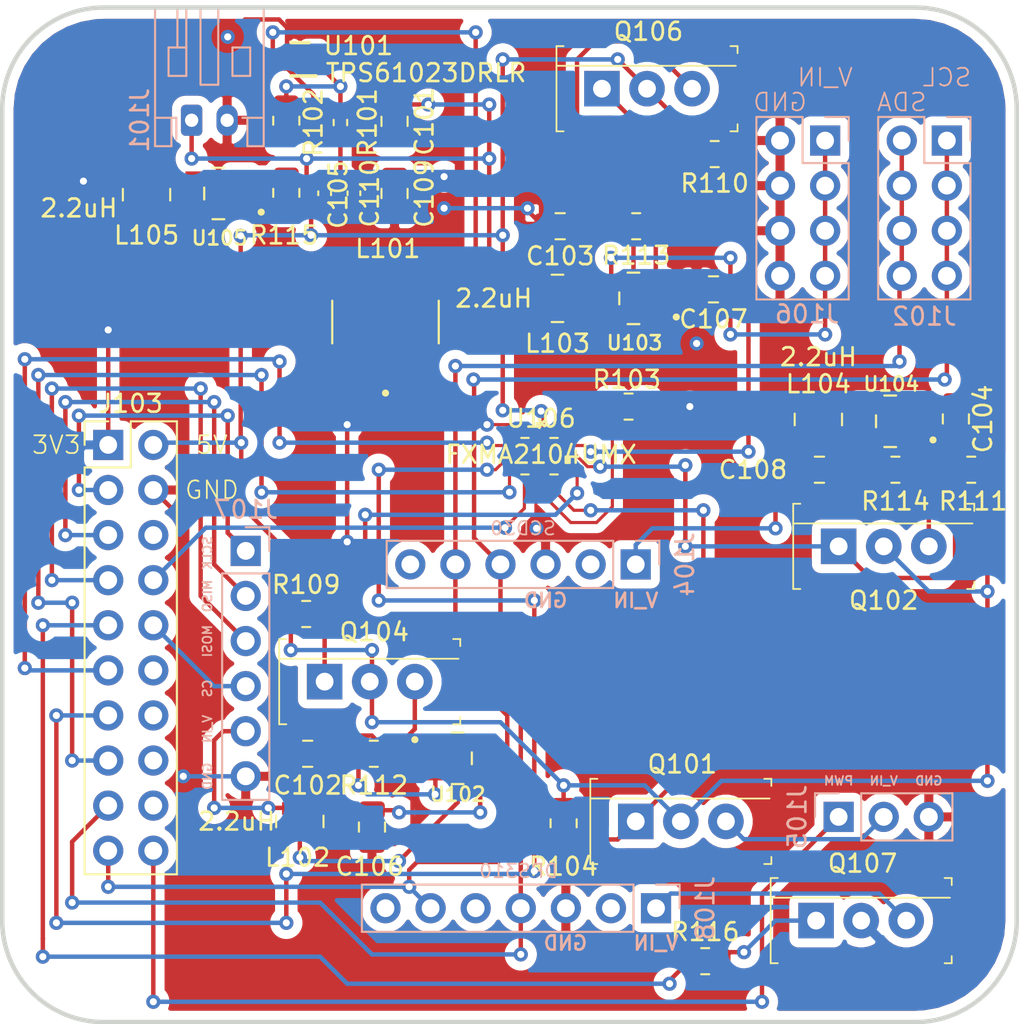
<source format=kicad_pcb>
(kicad_pcb (version 20171130) (host pcbnew "(5.1.9)-1")
  (layers (0 F.Cu signal) (31 B.Cu signal) (34 B.Paste user) (35 F.Paste user) (36 B.SilkS user) (37 F.SilkS user) (38 B.Mask user) (39 F.Mask user) (44 Edge.Cuts user))
  (net 0 "")
  (net 1 GND)
  (net 2 +3V3)
  (net 3 SDA)
  (net 4 SCL)
  (net 5 MOSI)
  (net 6 MISO)
  (net 7 SCLK)
  (net 8 "Net-(J104-Pad6)")
  (net 9 "Net-(J104-Pad2)")
  (net 10 CS)
  (net 11 "Net-(J108-Pad7)")
  (net 12 "Net-(J108-Pad5)")
  (net 13 "Net-(J108-Pad2)")
  (net 14 SCD30_GPIO_EN)
  (net 15 SCD30_V_IN)
  (net 16 DPS310_V_IN)
  (net 17 SEESAW_V_IN)
  (net 18 LORA_V_IN)
  (net 19 LORA_GPIO_EN)
  (net 20 "Net-(J103-Pad18)")
  (net 21 "Net-(J103-Pad16)")
  (net 22 "Net-(J103-Pad14)")
  (net 23 +5V)
  (net 24 "Net-(C102-Pad1)")
  (net 25 "Net-(C103-Pad1)")
  (net 26 "Net-(C104-Pad1)")
  (net 27 SEESAW_GPIO_EN)
  (net 28 DPS310_GPIO_EN)
  (net 29 "Net-(L102-Pad1)")
  (net 30 "Net-(L103-Pad1)")
  (net 31 "Net-(L104-Pad1)")
  (net 32 "Net-(Q107-Pad1)")
  (net 33 "Net-(R112-Pad1)")
  (net 34 "Net-(R113-Pad1)")
  (net 35 "Net-(R114-Pad1)")
  (net 36 VCC)
  (net 37 "Net-(R103-Pad2)")
  (net 38 SERVO_PWM)
  (net 39 SERVO_GPIO_EN)
  (net 40 "Net-(J105-Pad2)")
  (net 41 SERVO_5V_EN)
  (net 42 "Net-(J103-Pad12)")
  (net 43 /SW)
  (net 44 /SW_3.3)
  (net 45 /FB)
  (net 46 /EN_3.3)
  (net 47 "Net-(J103-Pad6)")
  (net 48 /SCD30_5V_EN)
  (net 49 /LORA_5V_EN)
  (net 50 /SEESAW_5V_EN)
  (module Capacitor_SMD:C_0402_1005Metric (layer F.Cu) (at 143.256 78.0262 270)
    (fp_text reference C110 (at 0 -0.889 90) (layer F.SilkS))
    (fp_text value 2.2uF)
    (pad 2 smd roundrect (at 0.48 0 270) (size 0.56 0.62) (layers F.Cu F.Paste F.Mask) (net 1 GND))
    (pad 1 smd roundrect (at -0.48 0 270) (size 0.56 0.62) (layers F.Cu F.Paste F.Mask) (net 23 +5V))
  )
  (module Resistor_SMD:R_0805_2012Metric (layer F.Cu) (at 155.067 113.5145 270)
    (fp_text reference R104 (at 2.4365 0 180) (layer F.SilkS))
    (fp_text value 1K)
    (pad 2 smd roundrect (at 0.9125 0 270) (size 1.025 1.4) (layers F.Cu F.Paste F.Mask) (roundrect_rratio 0.2439004878048781) (net 41 SERVO_5V_EN))
    (pad 1 smd roundrect (at -0.9125 0 270) (size 1.025 1.4) (layers F.Cu F.Paste F.Mask) (roundrect_rratio 0.2439004878048781) (net 23 +5V))
  )
  (module digikey-footprints:TO-220-3 (layer F.Cu) (at 159.131 113.411)
    (fp_text reference Q101 (at 2.62 -3.22) (layer F.SilkS))
    (fp_text value FQP27P06)
    (pad 3 thru_hole circle (at 5.08 0) (size 2 2) (drill 1) (layers *.Cu *.Mask) (net 40 "Net-(J105-Pad2)"))
    (pad 2 thru_hole circle (at 2.54 0) (size 2 2) (drill 1) (layers *.Cu *.Mask) (net 23 +5V))
    (pad 1 thru_hole rect (at 0 0) (size 2 2) (drill 1) (layers *.Cu *.Mask) (net 41 SERVO_5V_EN))
  )
  (module Connector_PinHeader_2.54mm:PinHeader_1x03_P2.54mm_Vertical (layer B.Cu) (at 170.561 113.157 270)
    (fp_text reference J105 (at 0 2.33 270) (layer B.SilkS) (effects (justify mirror)))
    (fp_text value Conn_01x03_Male)
    (pad 3 thru_hole oval (at 0 -5.08 270) (size 1.7 1.7) (drill 1) (layers *.Cu *.Mask) (net 1 GND))
    (pad 2 thru_hole oval (at 0 -2.54 270) (size 1.7 1.7) (drill 1) (layers *.Cu *.Mask) (net 40 "Net-(J105-Pad2)"))
    (pad 1 thru_hole rect (at 0 0 270) (size 1.7 1.7) (drill 1) (layers *.Cu *.Mask) (net 38 SERVO_PWM))
  )
  (module FXMA2104UMX:FXMA2104UMX (layer F.Cu) (at 153.7081 92.837 270)
    (fp_text reference U106 (at -2.123999 -0.0889 180) (layer F.SilkS))
    (fp_text value FXMA2104UMX (at -0.091999 -0.0889 180) (layer F.SilkS))
    (fp_text user * (at -1.8415 -0.4 90) (layer F.SilkS))
    (fp_text user * (at -1.8415 -0.4 90) (layer F.SilkS))
    (pad 12 smd rect (at -0.599999 -0.8509 270) (size 0.1524 0.7112) (layers F.Cu F.Paste F.Mask) (net 50 /SEESAW_5V_EN))
    (pad 11 smd rect (at -0.2 -0.8509 270) (size 0.1524 0.7112) (layers F.Cu F.Paste F.Mask) (net 48 /SCD30_5V_EN))
    (pad 10 smd rect (at 0.2 -0.8509 270) (size 0.1524 0.7112) (layers F.Cu F.Paste F.Mask) (net 49 /LORA_5V_EN))
    (pad 9 smd rect (at 0.599999 -0.8509 270) (size 0.1524 0.7112) (layers F.Cu F.Paste F.Mask) (net 41 SERVO_5V_EN))
    (pad 8 smd rect (at 0.8509 -0.2) (size 0.1524 0.7112) (layers F.Cu F.Paste F.Mask) (net 37 "Net-(R103-Pad2)"))
    (pad 7 smd rect (at 0.8509 0.2) (size 0.1524 0.7112) (layers F.Cu F.Paste F.Mask) (net 1 GND))
    (pad 6 smd rect (at 0.599999 0.8509 270) (size 0.1524 0.7112) (layers F.Cu F.Paste F.Mask) (net 39 SERVO_GPIO_EN))
    (pad 5 smd rect (at 0.2 0.8509 270) (size 0.1524 0.7112) (layers F.Cu F.Paste F.Mask) (net 19 LORA_GPIO_EN))
    (pad 4 smd rect (at -0.2 0.8509 270) (size 0.1524 0.7112) (layers F.Cu F.Paste F.Mask) (net 14 SCD30_GPIO_EN))
    (pad 3 smd rect (at -0.599999 0.8509 270) (size 0.1524 0.7112) (layers F.Cu F.Paste F.Mask) (net 27 SEESAW_GPIO_EN))
    (pad 2 smd rect (at -0.8509 0.2) (size 0.1524 0.7112) (layers F.Cu F.Paste F.Mask) (net 2 +3V3))
    (pad 1 smd rect (at -0.8509 -0.2) (size 0.1524 0.7112) (layers F.Cu F.Paste F.Mask) (net 23 +5V))
  )
  (module Resistor_SMD:R_0402_1005Metric (layer F.Cu) (at 142.494 74.041 90)
    (fp_text reference R101 (at 0 1.524 270) (layer F.SilkS))
    (fp_text value 732K)
    (pad 2 smd roundrect (at 0.51 0 90) (size 0.54 0.64) (layers F.Cu F.Paste F.Mask) (net 45 /FB))
    (pad 1 smd roundrect (at -0.51 0 90) (size 0.54 0.64) (layers F.Cu F.Paste F.Mask) (net 23 +5V))
  )
  (module Capacitor_SMD:C_0402_1005Metric (layer F.Cu) (at 141.605 78.0262 270)
    (fp_text reference C105 (at 0.0788 -0.762 270) (layer F.SilkS))
    (fp_text value 2.2uF)
    (pad 2 smd roundrect (at 0.48 0 270) (size 0.56 0.62) (layers F.Cu F.Paste F.Mask) (net 1 GND))
    (pad 1 smd roundrect (at -0.48 0 270) (size 0.56 0.62) (layers F.Cu F.Paste F.Mask) (net 23 +5V))
  )
  (module NRH2412T2R2MNGH:NRH2412T2R2MNGH (layer F.Cu) (at 131.572 78.105 90)
    (fp_text reference L105 (at -2.286 0 180) (layer F.SilkS))
    (fp_text value 2.2uH (at -0.762 -3.81 180) (layer F.SilkS))
    (pad 2 smd rect (at 0.725 0 90) (size 0.7112 2.0066) (layers F.Cu F.Paste F.Mask) (net 2 +3V3))
    (pad 1 smd rect (at -0.725 0 90) (size 0.7112 2.0066) (layers F.Cu F.Paste F.Mask) (net 44 /SW_3.3))
  )
  (module NRH2412T2R2MNGH:NRH2412T2R2MNGH (layer F.Cu) (at 169.418 90.768 90)
    (fp_text reference L104 (at 1.995 0 180) (layer F.SilkS))
    (fp_text value 2.2uH (at 3.519 0 180) (layer F.SilkS))
    (pad 2 smd rect (at 0.725 0 90) (size 0.7112 2.0066) (layers F.Cu F.Paste F.Mask) (net 15 SCD30_V_IN))
    (pad 1 smd rect (at -0.725 0 90) (size 0.7112 2.0066) (layers F.Cu F.Paste F.Mask) (net 31 "Net-(L104-Pad1)"))
  )
  (module NRH2412T2R2MNGH:NRH2412T2R2MNGH (layer F.Cu) (at 154.723 83.947)
    (fp_text reference L103 (at 0 2.54) (layer F.SilkS))
    (fp_text value 2.2uH (at -3.593 0) (layer F.SilkS))
    (pad 2 smd rect (at 0.725 0) (size 0.7112 2.0066) (layers F.Cu F.Paste F.Mask) (net 17 SEESAW_V_IN))
    (pad 1 smd rect (at -0.725 0) (size 0.7112 2.0066) (layers F.Cu F.Paste F.Mask) (net 30 "Net-(L103-Pad1)"))
  )
  (module NRH2412T2R2MNGH:NRH2412T2R2MNGH (layer F.Cu) (at 140.208 113.411 90)
    (fp_text reference L102 (at -2.032 -0.127 180) (layer F.SilkS))
    (fp_text value 2.2uH (at 0 -3.556 180) (layer F.SilkS))
    (pad 2 smd rect (at 0.725 0 90) (size 0.7112 2.0066) (layers F.Cu F.Paste F.Mask) (net 18 LORA_V_IN))
    (pad 1 smd rect (at -0.725 0 90) (size 0.7112 2.0066) (layers F.Cu F.Paste F.Mask) (net 29 "Net-(L102-Pad1)"))
  )
  (module 1255AY-2R7N_P3:IND_1255AY-2R7N=P3 (layer F.Cu) (at 145.034 85.281 90)
    (fp_text reference L101 (at 4.128 0.127 180) (layer F.SilkS))
    (fp_text value 2.7uH)
    (pad 2 smd rect (at 2.35 0 90) (size 1.6 5.7) (layers F.Cu F.Paste F.Mask) (net 43 /SW))
    (pad 1 smd rect (at -2.35 0 90) (size 1.6 5.7) (layers F.Cu F.Paste F.Mask) (net 36 VCC))
  )
  (module digikey-footprints:TO-220-3 (layer F.Cu) (at 170.561 97.917)
    (fp_text reference Q102 (at 2.54 3.048) (layer F.SilkS))
    (fp_text value FQP27P06)
    (pad 3 thru_hole circle (at 5.08 0) (size 2 2) (drill 1) (layers *.Cu *.Mask) (net 26 "Net-(C104-Pad1)"))
    (pad 2 thru_hole circle (at 2.54 0) (size 2 2) (drill 1) (layers *.Cu *.Mask) (net 23 +5V))
    (pad 1 thru_hole rect (at 0 0) (size 2 2) (drill 1) (layers *.Cu *.Mask) (net 48 /SCD30_5V_EN))
  )
  (module LM3671MF-3:SOT95P280X145-5N (layer F.Cu) (at 135.621 78.039 180)
    (fp_text reference U105 (at -0.06 -2.508) (layer F.SilkS) (effects (font (size 0.8 0.8))))
    (fp_text value LM3671MF-3.3)
    (pad 5 smd rect (at 1.255 -0.95 180) (size 1.21 0.59) (layers F.Cu F.Paste F.Mask) (net 44 /SW_3.3))
    (pad 4 smd rect (at 1.255 0.95 180) (size 1.21 0.59) (layers F.Cu F.Paste F.Mask) (net 2 +3V3))
    (pad 3 smd rect (at -1.255 0.95 180) (size 1.21 0.59) (layers F.Cu F.Paste F.Mask) (net 46 /EN_3.3))
    (pad 2 smd rect (at -1.255 0 180) (size 1.21 0.59) (layers F.Cu F.Paste F.Mask) (net 1 GND))
    (pad 1 smd rect (at -1.255 -0.95 180) (size 1.21 0.59) (layers F.Cu F.Paste F.Mask) (net 36 VCC))
  )
  (module LM3671MF-3:SOT95P280X145-5N (layer F.Cu) (at 173.467 90.871 180)
    (fp_text reference U104 (at -0.06 2.098) (layer F.SilkS) (effects (font (size 0.8 0.8))))
    (fp_text value LM3671MF-3.3)
    (pad 5 smd rect (at 1.255 -0.95 180) (size 1.21 0.59) (layers F.Cu F.Paste F.Mask) (net 31 "Net-(L104-Pad1)"))
    (pad 4 smd rect (at 1.255 0.95 180) (size 1.21 0.59) (layers F.Cu F.Paste F.Mask) (net 15 SCD30_V_IN))
    (pad 3 smd rect (at -1.255 0.95 180) (size 1.21 0.59) (layers F.Cu F.Paste F.Mask) (net 35 "Net-(R114-Pad1)"))
    (pad 2 smd rect (at -1.255 0 180) (size 1.21 0.59) (layers F.Cu F.Paste F.Mask) (net 1 GND))
    (pad 1 smd rect (at -1.255 -0.95 180) (size 1.21 0.59) (layers F.Cu F.Paste F.Mask) (net 26 "Net-(C104-Pad1)"))
  )
  (module LM3671MF-3:SOT95P280X145-5N (layer F.Cu) (at 159.004 83.947 180)
    (fp_text reference U103 (at -0.06 -2.508) (layer F.SilkS) (effects (font (size 0.8 0.8))))
    (fp_text value LM3671MF-3.3)
    (pad 5 smd rect (at 1.255 -0.95 180) (size 1.21 0.59) (layers F.Cu F.Paste F.Mask) (net 30 "Net-(L103-Pad1)"))
    (pad 4 smd rect (at 1.255 0.95 180) (size 1.21 0.59) (layers F.Cu F.Paste F.Mask) (net 17 SEESAW_V_IN))
    (pad 3 smd rect (at -1.255 0.95 180) (size 1.21 0.59) (layers F.Cu F.Paste F.Mask) (net 34 "Net-(R113-Pad1)"))
    (pad 2 smd rect (at -1.255 0 180) (size 1.21 0.59) (layers F.Cu F.Paste F.Mask) (net 1 GND))
    (pad 1 smd rect (at -1.255 -0.95 180) (size 1.21 0.59) (layers F.Cu F.Paste F.Mask) (net 25 "Net-(C103-Pad1)"))
  )
  (module LM3671MF-3:SOT95P280X145-5N (layer F.Cu) (at 149.098 109.855)
    (fp_text reference U102 (at 0 2.032) (layer F.SilkS) (effects (font (size 0.8 0.8))))
    (fp_text value LM3671MF-3.3)
    (pad 5 smd rect (at 1.255 -0.95) (size 1.21 0.59) (layers F.Cu F.Paste F.Mask) (net 29 "Net-(L102-Pad1)"))
    (pad 4 smd rect (at 1.255 0.95) (size 1.21 0.59) (layers F.Cu F.Paste F.Mask) (net 18 LORA_V_IN))
    (pad 3 smd rect (at -1.255 0.95) (size 1.21 0.59) (layers F.Cu F.Paste F.Mask) (net 33 "Net-(R112-Pad1)"))
    (pad 2 smd rect (at -1.255 0) (size 1.21 0.59) (layers F.Cu F.Paste F.Mask) (net 1 GND))
    (pad 1 smd rect (at -1.255 -0.95) (size 1.21 0.59) (layers F.Cu F.Paste F.Mask) (net 24 "Net-(C102-Pad1)"))
  )
  (module Resistor_SMD:R_0805_2012Metric (layer F.Cu) (at 163.0445 121.285)
    (fp_text reference R116 (at 0 -1.65) (layer F.SilkS))
    (fp_text value 1K)
    (pad 2 smd roundrect (at 0.9125 0) (size 1.025 1.4) (layers F.Cu F.Paste F.Mask) (roundrect_rratio 0.2439004878048781) (net 32 "Net-(Q107-Pad1)"))
    (pad 1 smd roundrect (at -0.9125 0) (size 1.025 1.4) (layers F.Cu F.Paste F.Mask) (roundrect_rratio 0.2439004878048781) (net 28 DPS310_GPIO_EN))
  )
  (module Resistor_SMD:R_0805_2012Metric (layer F.Cu) (at 139.446 78.0015 270)
    (fp_text reference R115 (at 2.3895 0.127 180) (layer F.SilkS))
    (fp_text value 100K)
    (pad 2 smd roundrect (at 0.9125 0 270) (size 1.025 1.4) (layers F.Cu F.Paste F.Mask) (roundrect_rratio 0.2439004878048781) (net 36 VCC))
    (pad 1 smd roundrect (at -0.9125 0 270) (size 1.025 1.4) (layers F.Cu F.Paste F.Mask) (roundrect_rratio 0.2439004878048781) (net 46 /EN_3.3))
  )
  (module Resistor_SMD:R_0805_2012Metric (layer F.Cu) (at 173.7595 93.599)
    (fp_text reference R114 (at 0 1.778) (layer F.SilkS))
    (fp_text value 100K)
    (pad 2 smd roundrect (at 0.9125 0) (size 1.025 1.4) (layers F.Cu F.Paste F.Mask) (roundrect_rratio 0.2439004878048781) (net 26 "Net-(C104-Pad1)"))
    (pad 1 smd roundrect (at -0.9125 0) (size 1.025 1.4) (layers F.Cu F.Paste F.Mask) (roundrect_rratio 0.2439004878048781) (net 35 "Net-(R114-Pad1)"))
  )
  (module Resistor_SMD:R_0805_2012Metric (layer F.Cu) (at 159.1545 79.883 180)
    (fp_text reference R113 (at 0 -1.65) (layer F.SilkS))
    (fp_text value 100K)
    (pad 2 smd roundrect (at 0.9125 0 180) (size 1.025 1.4) (layers F.Cu F.Paste F.Mask) (roundrect_rratio 0.2439004878048781) (net 25 "Net-(C103-Pad1)"))
    (pad 1 smd roundrect (at -0.9125 0 180) (size 1.025 1.4) (layers F.Cu F.Paste F.Mask) (roundrect_rratio 0.2439004878048781) (net 34 "Net-(R113-Pad1)"))
  )
  (module Resistor_SMD:R_0805_2012Metric (layer F.Cu) (at 144.3755 109.601)
    (fp_text reference R112 (at 0 1.778) (layer F.SilkS))
    (fp_text value 100K)
    (pad 2 smd roundrect (at 0.9125 0) (size 1.025 1.4) (layers F.Cu F.Paste F.Mask) (roundrect_rratio 0.2439004878048781) (net 24 "Net-(C102-Pad1)"))
    (pad 1 smd roundrect (at -0.9125 0) (size 1.025 1.4) (layers F.Cu F.Paste F.Mask) (roundrect_rratio 0.2439004878048781) (net 33 "Net-(R112-Pad1)"))
  )
  (module Resistor_SMD:R_0805_2012Metric (layer F.Cu) (at 178.0305 93.599 180)
    (fp_text reference R111 (at -0.1035 -1.778) (layer F.SilkS))
    (fp_text value 1K)
    (pad 2 smd roundrect (at 0.9125 0 180) (size 1.025 1.4) (layers F.Cu F.Paste F.Mask) (roundrect_rratio 0.2439004878048781) (net 48 /SCD30_5V_EN))
    (pad 1 smd roundrect (at -0.9125 0 180) (size 1.025 1.4) (layers F.Cu F.Paste F.Mask) (roundrect_rratio 0.2439004878048781) (net 23 +5V))
  )
  (module Resistor_SMD:R_0805_2012Metric (layer F.Cu) (at 163.5779 75.819 180)
    (fp_text reference R110 (at 0 -1.65) (layer F.SilkS))
    (fp_text value 1K)
    (pad 2 smd roundrect (at 0.9125 0 180) (size 1.025 1.4) (layers F.Cu F.Paste F.Mask) (roundrect_rratio 0.2439004878048781) (net 50 /SEESAW_5V_EN))
    (pad 1 smd roundrect (at -0.9125 0 180) (size 1.025 1.4) (layers F.Cu F.Paste F.Mask) (roundrect_rratio 0.2439004878048781) (net 23 +5V))
  )
  (module Resistor_SMD:R_0805_2012Metric (layer F.Cu) (at 140.5655 101.727)
    (fp_text reference R109 (at 0 -1.65) (layer F.SilkS))
    (fp_text value 1K)
    (pad 2 smd roundrect (at 0.9125 0) (size 1.025 1.4) (layers F.Cu F.Paste F.Mask) (roundrect_rratio 0.2439004878048781) (net 49 /LORA_5V_EN))
    (pad 1 smd roundrect (at -0.9125 0) (size 1.025 1.4) (layers F.Cu F.Paste F.Mask) (roundrect_rratio 0.2439004878048781) (net 23 +5V))
  )
  (module Resistor_SMD:R_0805_2012Metric (layer F.Cu) (at 158.7265 90.043 180)
    (fp_text reference R103 (at 0.1035 1.524) (layer F.SilkS))
    (fp_text value 10K)
    (pad 2 smd roundrect (at 0.9125 0 180) (size 1.025 1.4) (layers F.Cu F.Paste F.Mask) (roundrect_rratio 0.2439004878048781) (net 37 "Net-(R103-Pad2)"))
    (pad 1 smd roundrect (at -0.9125 0 180) (size 1.025 1.4) (layers F.Cu F.Paste F.Mask) (roundrect_rratio 0.2439004878048781) (net 2 +3V3))
  )
  (module digikey-footprints:TO-220-3 (layer F.Cu) (at 169.291 118.999)
    (fp_text reference Q107 (at 2.62 -3.22) (layer F.SilkS))
    (fp_text value FQP27P06)
    (pad 3 thru_hole circle (at 5.08 0) (size 2 2) (drill 1) (layers *.Cu *.Mask) (net 16 DPS310_V_IN))
    (pad 2 thru_hole circle (at 2.54 0) (size 2 2) (drill 1) (layers *.Cu *.Mask) (net 2 +3V3))
    (pad 1 thru_hole rect (at 0 0) (size 2 2) (drill 1) (layers *.Cu *.Mask) (net 32 "Net-(Q107-Pad1)"))
  )
  (module digikey-footprints:TO-220-3 (layer F.Cu) (at 157.226 72.136)
    (fp_text reference Q106 (at 2.62 -3.22) (layer F.SilkS))
    (fp_text value FQP27P06)
    (pad 3 thru_hole circle (at 5.08 0) (size 2 2) (drill 1) (layers *.Cu *.Mask) (net 25 "Net-(C103-Pad1)"))
    (pad 2 thru_hole circle (at 2.54 0) (size 2 2) (drill 1) (layers *.Cu *.Mask) (net 23 +5V))
    (pad 1 thru_hole rect (at 0 0) (size 2 2) (drill 1) (layers *.Cu *.Mask) (net 50 /SEESAW_5V_EN))
  )
  (module Capacitor_SMD:C_0805_2012Metric (layer F.Cu) (at 145.542 78.039 270)
    (fp_text reference C109 (at 0 -1.68 90) (layer F.SilkS))
    (fp_text value 22uF)
    (pad 2 smd roundrect (at 0.95 0 270) (size 1 1.45) (layers F.Cu F.Paste F.Mask) (net 1 GND))
    (pad 1 smd roundrect (at -0.95 0 270) (size 1 1.45) (layers F.Cu F.Paste F.Mask) (net 2 +3V3))
  )
  (module Capacitor_SMD:C_0805_2012Metric (layer F.Cu) (at 169.479 93.599)
    (fp_text reference C108 (at -3.744 0) (layer F.SilkS))
    (fp_text value 22uF)
    (pad 2 smd roundrect (at 0.95 0) (size 1 1.45) (layers F.Cu F.Paste F.Mask) (net 1 GND))
    (pad 1 smd roundrect (at -0.95 0) (size 1 1.45) (layers F.Cu F.Paste F.Mask) (net 15 SCD30_V_IN))
  )
  (module Capacitor_SMD:C_0805_2012Metric (layer F.Cu) (at 163.51 83.439 180)
    (fp_text reference C107 (at 0 -1.68) (layer F.SilkS))
    (fp_text value 22uF)
    (pad 2 smd roundrect (at 0.95 0 180) (size 1 1.45) (layers F.Cu F.Paste F.Mask) (net 1 GND))
    (pad 1 smd roundrect (at -0.95 0 180) (size 1 1.45) (layers F.Cu F.Paste F.Mask) (net 17 SEESAW_V_IN))
  )
  (module Capacitor_SMD:C_0805_2012Metric (layer F.Cu) (at 144.272 113.731 270)
    (fp_text reference C106 (at 2.22 0.127 180) (layer F.SilkS))
    (fp_text value 22uF)
    (pad 2 smd roundrect (at 0.95 0 270) (size 1 1.45) (layers F.Cu F.Paste F.Mask) (net 1 GND))
    (pad 1 smd roundrect (at -0.95 0 270) (size 1 1.45) (layers F.Cu F.Paste F.Mask) (net 18 LORA_V_IN))
  )
  (module Capacitor_SMD:C_0805_2012Metric (layer F.Cu) (at 177.165 90.739 90)
    (fp_text reference C104 (at 0 1.524 90) (layer F.SilkS))
    (fp_text value 10uF)
    (pad 2 smd roundrect (at 0.95 0 90) (size 1 1.45) (layers F.Cu F.Paste F.Mask) (net 1 GND))
    (pad 1 smd roundrect (at -0.95 0 90) (size 1 1.45) (layers F.Cu F.Paste F.Mask) (net 26 "Net-(C104-Pad1)"))
  )
  (module Capacitor_SMD:C_0805_2012Metric (layer F.Cu) (at 154.874 79.883 180)
    (fp_text reference C103 (at 0 -1.68) (layer F.SilkS))
    (fp_text value 10uF)
    (pad 2 smd roundrect (at 0.95 0 180) (size 1 1.45) (layers F.Cu F.Paste F.Mask) (net 1 GND))
    (pad 1 smd roundrect (at -0.95 0 180) (size 1 1.45) (layers F.Cu F.Paste F.Mask) (net 25 "Net-(C103-Pad1)"))
  )
  (module Capacitor_SMD:C_0805_2012Metric (layer F.Cu) (at 140.65 109.601 180)
    (fp_text reference C102 (at 0 -1.778) (layer F.SilkS))
    (fp_text value 10uF)
    (pad 2 smd roundrect (at 0.95 0 180) (size 1 1.45) (layers F.Cu F.Paste F.Mask) (net 1 GND))
    (pad 1 smd roundrect (at -0.95 0 180) (size 1 1.45) (layers F.Cu F.Paste F.Mask) (net 24 "Net-(C102-Pad1)"))
  )
  (module TPS61023DRLR:DRL0006A (layer F.Cu) (at 140.23 70.477 180)
    (fp_text reference U101 (at -3.28 0.754 180) (layer F.SilkS))
    (fp_text value TPS61023DRLR (at -7.09 -0.77 180) (layer F.SilkS))
    (pad 6 smd rect (at 0.74 -0.5 180) (size 0.67 0.3) (layers F.Cu F.Paste F.Mask) (net 23 +5V))
    (pad 5 smd rect (at 0.74 -0.000003 180) (size 0.67 0.3) (layers F.Cu F.Paste F.Mask) (net 43 /SW))
    (pad 4 smd rect (at 0.74 0.5 180) (size 0.67 0.3) (layers F.Cu F.Paste F.Mask) (net 1 GND))
    (pad 3 smd rect (at -0.74 0.5 180) (size 0.67 0.3) (layers F.Cu F.Paste F.Mask) (net 36 VCC))
    (pad 2 smd rect (at -0.74 -0.000003 180) (size 0.67 0.3) (layers F.Cu F.Paste F.Mask) (net 36 VCC))
    (pad 1 smd rect (at -0.74 -0.5 180) (size 0.67 0.3) (layers F.Cu F.Paste F.Mask) (net 45 /FB))
  )
  (module Resistor_SMD:R_0805_2012Metric (layer F.Cu) (at 139.446 73.9375 270)
    (fp_text reference R102 (at 0.1035 -1.524 90) (layer F.SilkS))
    (fp_text value 100K)
    (pad 2 smd roundrect (at 0.9125 0 270) (size 1.025 1.4) (layers F.Cu F.Paste F.Mask) (roundrect_rratio 0.2439004878048781) (net 1 GND))
    (pad 1 smd roundrect (at -0.9125 0 270) (size 1.025 1.4) (layers F.Cu F.Paste F.Mask) (roundrect_rratio 0.2439004878048781) (net 45 /FB))
  )
  (module digikey-footprints:TO-220-3 (layer F.Cu) (at 141.605 105.537)
    (fp_text reference Q104 (at 2.794 -2.794) (layer F.SilkS))
    (fp_text value FQP27P06)
    (pad 3 thru_hole circle (at 5.08 0) (size 2 2) (drill 1) (layers *.Cu *.Mask) (net 24 "Net-(C102-Pad1)"))
    (pad 2 thru_hole circle (at 2.54 0) (size 2 2) (drill 1) (layers *.Cu *.Mask) (net 23 +5V))
    (pad 1 thru_hole rect (at 0 0) (size 2 2) (drill 1) (layers *.Cu *.Mask) (net 49 /LORA_5V_EN))
  )
  (module Capacitor_SMD:C_0805_2012Metric (layer F.Cu) (at 145.542 73.975 270)
    (fp_text reference C101 (at 0 -1.68 90) (layer F.SilkS))
    (fp_text value 10uF)
    (pad 2 smd roundrect (at 0.95 0 270) (size 1 1.45) (layers F.Cu F.Paste F.Mask) (net 1 GND))
    (pad 1 smd roundrect (at -0.95 0 270) (size 1 1.45) (layers F.Cu F.Paste F.Mask) (net 36 VCC))
  )
  (module Connector_PinHeader_2.54mm:PinHeader_1x06_P2.54mm_Vertical (layer B.Cu) (at 137.16 98.171 180)
    (fp_text reference J107 (at 0 2.33) (layer B.SilkS) (effects (justify mirror)))
    (fp_text value LORA_BUS)
    (pad 6 thru_hole oval (at 0 -12.7 180) (size 1.7 1.7) (drill 1) (layers *.Cu *.Mask) (net 1 GND))
    (pad 5 thru_hole oval (at 0 -10.16 180) (size 1.7 1.7) (drill 1) (layers *.Cu *.Mask) (net 18 LORA_V_IN))
    (pad 4 thru_hole oval (at 0 -7.62 180) (size 1.7 1.7) (drill 1) (layers *.Cu *.Mask) (net 10 CS))
    (pad 3 thru_hole oval (at 0 -5.08 180) (size 1.7 1.7) (drill 1) (layers *.Cu *.Mask) (net 5 MOSI))
    (pad 2 thru_hole oval (at 0 -2.54 180) (size 1.7 1.7) (drill 1) (layers *.Cu *.Mask) (net 6 MISO))
    (pad 1 thru_hole rect (at 0 0 180) (size 1.7 1.7) (drill 1) (layers *.Cu *.Mask) (net 7 SCLK))
  )
  (module Connector_PinHeader_2.54mm:PinHeader_2x04_P2.54mm_Vertical (layer B.Cu) (at 169.799 75.057 180)
    (fp_text reference J106 (at 1.016 -9.779) (layer B.SilkS) (effects (justify mirror)))
    (fp_text value SEESAW_POWER)
    (pad 8 thru_hole oval (at 2.54 -7.62 180) (size 1.7 1.7) (drill 1) (layers *.Cu *.Mask) (net 1 GND))
    (pad 7 thru_hole oval (at 0 -7.62 180) (size 1.7 1.7) (drill 1) (layers *.Cu *.Mask) (net 17 SEESAW_V_IN))
    (pad 6 thru_hole oval (at 2.54 -5.08 180) (size 1.7 1.7) (drill 1) (layers *.Cu *.Mask) (net 1 GND))
    (pad 5 thru_hole oval (at 0 -5.08 180) (size 1.7 1.7) (drill 1) (layers *.Cu *.Mask) (net 17 SEESAW_V_IN))
    (pad 4 thru_hole oval (at 2.54 -2.54 180) (size 1.7 1.7) (drill 1) (layers *.Cu *.Mask) (net 1 GND))
    (pad 3 thru_hole oval (at 0 -2.54 180) (size 1.7 1.7) (drill 1) (layers *.Cu *.Mask) (net 17 SEESAW_V_IN))
    (pad 2 thru_hole oval (at 2.54 0 180) (size 1.7 1.7) (drill 1) (layers *.Cu *.Mask) (net 1 GND))
    (pad 1 thru_hole rect (at 0 0 180) (size 1.7 1.7) (drill 1) (layers *.Cu *.Mask) (net 17 SEESAW_V_IN))
  )
  (module Connector_PinHeader_2.54mm:PinHeader_2x10_P2.54mm_Vertical (layer F.Cu) (at 129.413 92.202)
    (fp_text reference J103 (at 1.27 -2.33) (layer F.SilkS))
    (fp_text value MSP_CONNECTOR_LEFT)
    (pad 20 thru_hole oval (at 2.54 22.86) (size 1.7 1.7) (drill 1) (layers *.Cu *.Mask) (net 38 SERVO_PWM))
    (pad 19 thru_hole oval (at 0 22.86) (size 1.7 1.7) (drill 1) (layers *.Cu *.Mask) (net 3 SDA))
    (pad 18 thru_hole oval (at 2.54 20.32) (size 1.7 1.7) (drill 1) (layers *.Cu *.Mask) (net 20 "Net-(J103-Pad18)"))
    (pad 17 thru_hole oval (at 0 20.32) (size 1.7 1.7) (drill 1) (layers *.Cu *.Mask) (net 4 SCL))
    (pad 16 thru_hole oval (at 2.54 17.78) (size 1.7 1.7) (drill 1) (layers *.Cu *.Mask) (net 21 "Net-(J103-Pad16)"))
    (pad 15 thru_hole oval (at 0 17.78) (size 1.7 1.7) (drill 1) (layers *.Cu *.Mask) (net 19 LORA_GPIO_EN))
    (pad 14 thru_hole oval (at 2.54 15.24) (size 1.7 1.7) (drill 1) (layers *.Cu *.Mask) (net 22 "Net-(J103-Pad14)"))
    (pad 13 thru_hole oval (at 0 15.24) (size 1.7 1.7) (drill 1) (layers *.Cu *.Mask) (net 14 SCD30_GPIO_EN))
    (pad 12 thru_hole oval (at 2.54 12.7) (size 1.7 1.7) (drill 1) (layers *.Cu *.Mask) (net 42 "Net-(J103-Pad12)"))
    (pad 11 thru_hole oval (at 0 12.7) (size 1.7 1.7) (drill 1) (layers *.Cu *.Mask) (net 27 SEESAW_GPIO_EN))
    (pad 10 thru_hole oval (at 2.54 10.16) (size 1.7 1.7) (drill 1) (layers *.Cu *.Mask) (net 10 CS))
    (pad 9 thru_hole oval (at 0 10.16) (size 1.7 1.7) (drill 1) (layers *.Cu *.Mask) (net 28 DPS310_GPIO_EN))
    (pad 8 thru_hole oval (at 2.54 7.62) (size 1.7 1.7) (drill 1) (layers *.Cu *.Mask) (net 39 SERVO_GPIO_EN))
    (pad 7 thru_hole oval (at 0 7.62) (size 1.7 1.7) (drill 1) (layers *.Cu *.Mask) (net 5 MOSI))
    (pad 6 thru_hole oval (at 2.54 5.08) (size 1.7 1.7) (drill 1) (layers *.Cu *.Mask) (net 47 "Net-(J103-Pad6)"))
    (pad 5 thru_hole oval (at 0 5.08) (size 1.7 1.7) (drill 1) (layers *.Cu *.Mask) (net 6 MISO))
    (pad 4 thru_hole oval (at 2.54 2.54) (size 1.7 1.7) (drill 1) (layers *.Cu *.Mask) (net 1 GND))
    (pad 3 thru_hole oval (at 0 2.54) (size 1.7 1.7) (drill 1) (layers *.Cu *.Mask) (net 7 SCLK))
    (pad 2 thru_hole oval (at 2.54 0) (size 1.7 1.7) (drill 1) (layers *.Cu *.Mask) (net 23 +5V))
    (pad 1 thru_hole rect (at 0 0) (size 1.7 1.7) (drill 1) (layers *.Cu *.Mask) (net 2 +3V3))
  )
  (module Connector_PinHeader_2.54mm:PinHeader_2x04_P2.54mm_Vertical (layer B.Cu) (at 176.657 75.057 180)
    (fp_text reference J102 (at 1.27 -9.906) (layer B.SilkS) (effects (justify mirror)))
    (fp_text value SEESAW_I2C)
    (pad 8 thru_hole oval (at 2.54 -7.62 180) (size 1.7 1.7) (drill 1) (layers *.Cu *.Mask) (net 3 SDA))
    (pad 7 thru_hole oval (at 0 -7.62 180) (size 1.7 1.7) (drill 1) (layers *.Cu *.Mask) (net 4 SCL))
    (pad 6 thru_hole oval (at 2.54 -5.08 180) (size 1.7 1.7) (drill 1) (layers *.Cu *.Mask) (net 3 SDA))
    (pad 5 thru_hole oval (at 0 -5.08 180) (size 1.7 1.7) (drill 1) (layers *.Cu *.Mask) (net 4 SCL))
    (pad 4 thru_hole oval (at 2.54 -2.54 180) (size 1.7 1.7) (drill 1) (layers *.Cu *.Mask) (net 3 SDA))
    (pad 3 thru_hole oval (at 0 -2.54 180) (size 1.7 1.7) (drill 1) (layers *.Cu *.Mask) (net 4 SCL))
    (pad 2 thru_hole oval (at 2.54 0 180) (size 1.7 1.7) (drill 1) (layers *.Cu *.Mask) (net 3 SDA))
    (pad 1 thru_hole rect (at 0 0 180) (size 1.7 1.7) (drill 1) (layers *.Cu *.Mask) (net 4 SCL))
  )
  (module Connector_JST:JST_PH_S2B-PH-K_1x02_P2.00mm_Horizontal (layer B.Cu) (at 134.112 73.914)
    (fp_text reference J101 (at -2.921 0 90) (layer B.SilkS) (effects (justify mirror)))
    (fp_text value BATTERY_CONNECTOR)
    (pad 2 thru_hole oval (at 2 0) (size 1.2 1.75) (drill 0.75) (layers *.Cu *.Mask) (net 1 GND))
    (pad 1 thru_hole roundrect (at 0 0) (size 1.2 1.75) (drill 0.75) (layers *.Cu *.Mask) (roundrect_rratio 0.2083325) (net 36 VCC))
  )
  (module Connector_PinSocket_2.54mm:PinSocket_1x07_P2.54mm_Vertical (layer B.Cu) (at 160.274 118.3005 90)
    (fp_text reference J108 (at 0 2.77 270) (layer B.SilkS) (effects (justify mirror)))
    (fp_text value DPS310_BUS)
    (pad 1 thru_hole rect (at 0 0 90) (size 1.7 1.7) (drill 1) (layers *.Cu *.Mask) (net 16 DPS310_V_IN))
    (pad 2 thru_hole oval (at 0 -2.54 90) (size 1.7 1.7) (drill 1) (layers *.Cu *.Mask) (net 13 "Net-(J108-Pad2)"))
    (pad 3 thru_hole oval (at 0 -5.08 90) (size 1.7 1.7) (drill 1) (layers *.Cu *.Mask) (net 1 GND))
    (pad 4 thru_hole oval (at 0 -7.62 90) (size 1.7 1.7) (drill 1) (layers *.Cu *.Mask) (net 4 SCL))
    (pad 5 thru_hole oval (at 0 -10.16 90) (size 1.7 1.7) (drill 1) (layers *.Cu *.Mask) (net 12 "Net-(J108-Pad5)"))
    (pad 6 thru_hole oval (at 0 -12.7 90) (size 1.7 1.7) (drill 1) (layers *.Cu *.Mask) (net 3 SDA))
    (pad 7 thru_hole oval (at 0 -15.24 90) (size 1.7 1.7) (drill 1) (layers *.Cu *.Mask) (net 11 "Net-(J108-Pad7)"))
  )
  (module Connector_PinSocket_2.54mm:PinSocket_1x06_P2.54mm_Vertical (layer B.Cu) (at 159.131 98.933 90)
    (fp_text reference J104 (at 0 2.77 270) (layer B.SilkS) (effects (justify mirror)))
    (fp_text value SCD30_BUS)
    (pad 6 thru_hole oval (at 0 -12.7 90) (size 1.7 1.7) (drill 1) (layers *.Cu *.Mask) (net 8 "Net-(J104-Pad6)"))
    (pad 5 thru_hole oval (at 0 -10.16 90) (size 1.7 1.7) (drill 1) (layers *.Cu *.Mask) (net 3 SDA))
    (pad 4 thru_hole oval (at 0 -7.62 90) (size 1.7 1.7) (drill 1) (layers *.Cu *.Mask) (net 4 SCL))
    (pad 3 thru_hole oval (at 0 -5.08 90) (size 1.7 1.7) (drill 1) (layers *.Cu *.Mask) (net 1 GND))
    (pad 2 thru_hole oval (at 0 -2.54 90) (size 1.7 1.7) (drill 1) (layers *.Cu *.Mask) (net 9 "Net-(J104-Pad2)"))
    (pad 1 thru_hole rect (at 0 0 90) (size 1.7 1.7) (drill 1) (layers *.Cu *.Mask) (net 15 SCD30_V_IN))
  )
  (gr_text SCD30 (at 152.781 96.901) (layer B.SilkS) (effects (font (size 0.762 0.762) (thickness 0.1)) (justify mirror)))
  (gr_text DPS310 (at 152.527 116.205) (layer B.SilkS) (effects (font (size 0.762 0.762) (thickness 0.1)) (justify mirror)))
  (gr_text GND (at 154.051 100.965) (layer B.SilkS) (effects (font (size 0.8 0.8)) (justify mirror)))
  (gr_text GND (at 155.1686 120.269) (layer B.SilkS) (effects (font (size 0.8 0.8)) (justify mirror)))
  (gr_text "V_IN\n" (at 160.274 120.269) (layer B.SilkS) (effects (font (size 0.8 0.8)) (justify mirror)))
  (gr_text "V_IN\n" (at 159.131 100.965) (layer B.SilkS) (effects (font (size 0.8 0.8)) (justify mirror)))
  (gr_text GND (at 175.641 111.125) (layer B.SilkS) (effects (font (size 0.5 0.5) (thickness 0.1)) (justify mirror)))
  (gr_text "V_IN\n" (at 173.101 111.125) (layer B.SilkS) (effects (font (size 0.5 0.5) (thickness 0.1)) (justify mirror)))
  (gr_text PWM (at 170.561 111.125) (layer B.SilkS) (effects (font (size 0.5 0.5) (thickness 0.1)) (justify mirror)))
  (gr_text MISO (at 135.001 100.711 90) (layer B.SilkS) (effects (font (size 0.5 0.5) (thickness 0.1)) (justify mirror)))
  (gr_text GND (at 135.001 110.871 90) (layer B.SilkS) (effects (font (size 0.5 0.5) (thickness 0.1)) (justify mirror)))
  (gr_text V_IN (at 135.001 108.204 90) (layer B.SilkS) (effects (font (size 0.5 0.5) (thickness 0.1)) (justify mirror)))
  (gr_text 5V (at 135.255 92.202) (layer F.SilkS) (effects (font (size 1 1) (thickness 0.1))))
  (gr_text GND (at 135.255 94.742) (layer F.SilkS) (effects (font (size 1 1) (thickness 0.1))))
  (gr_text 3V3 (at 126.492 92.202) (layer F.SilkS) (effects (font (size 1 1) (thickness 0.1))))
  (gr_text CS (at 135.001 105.918 90) (layer B.SilkS) (effects (font (size 0.5 0.5) (thickness 0.1)) (justify mirror)))
  (gr_text MOSI (at 135.001 103.251 90) (layer B.SilkS) (effects (font (size 0.5 0.5) (thickness 0.1)) (justify mirror)))
  (gr_text "SCLK\n" (at 135.001 98.298 90) (layer B.SilkS) (effects (font (size 0.5 0.5) (thickness 0.1)) (justify mirror)))
  (gr_text SCL (at 176.657 71.501) (layer B.SilkS) (effects (font (size 1 1) (thickness 0.1)) (justify mirror)))
  (gr_text SDA (at 174.117 72.898) (layer B.SilkS) (effects (font (size 1 1) (thickness 0.1)) (justify mirror)))
  (gr_text V_IN (at 169.799 71.501) (layer B.SilkS) (effects (font (size 1 1) (thickness 0.1)) (justify mirror)))
  (gr_text GND (at 167.259 72.898) (layer B.SilkS) (effects (font (size 1 1) (thickness 0.1)) (justify mirror)))
  (gr_arc (start 174.879 73.279) (end 180.594 73.279) (angle -90) (layer Edge.Cuts) (width 0.254))
  (gr_arc (start 174.879 118.999) (end 174.879 124.714) (angle -90) (layer Edge.Cuts) (width 0.254))
  (gr_arc (start 129.159 118.999) (end 123.444 118.999) (angle -90) (layer Edge.Cuts) (width 0.254))
  (gr_arc (start 129.159 73.279) (end 129.159 67.564) (angle -90) (layer Edge.Cuts) (width 0.254))
  (gr_line (start 123.444 118.999) (end 123.444 73.279) (layer Edge.Cuts) (width 0.254))
  (gr_line (start 174.879 124.714) (end 129.159 124.714) (layer Edge.Cuts) (width 0.254))
  (gr_line (start 180.594 73.279) (end 180.594 118.999) (layer Edge.Cuts) (width 0.254))
  (gr_line (start 129.159 67.564) (end 174.879 67.564) (layer Edge.Cuts) (width 0.254))
  (via (at 133.641 110.871) (size 0.8) (drill 0.4) (layers F.Cu B.Cu) (net 1))
  (segment (start 133.641 96.43) (end 133.641 110.871) (width 0.25) (layer F.Cu) (net 1))
  (segment (start 131.953 94.742) (end 133.641 96.43) (width 0.25) (layer F.Cu) (net 1))
  (segment (start 133.641 110.871) (end 137.16 110.871) (width 0.25) (layer B.Cu) (net 1))
  (segment (start 144.272 114.681) (end 145.542 114.681) (width 0.25) (layer F.Cu) (net 1))
  (segment (start 145.542 114.681) (end 146.558 113.665) (width 0.25) (layer F.Cu) (net 1))
  (segment (start 146.988 109.855) (end 147.843 109.855) (width 0.25) (layer F.Cu) (net 1))
  (segment (start 146.558 110.285) (end 146.988 109.855) (width 0.25) (layer F.Cu) (net 1))
  (segment (start 146.558 113.665) (end 146.558 110.285) (width 0.25) (layer F.Cu) (net 1))
  (segment (start 162.052 83.947) (end 162.56 83.439) (width 0.25) (layer F.Cu) (net 1))
  (segment (start 160.259 83.947) (end 162.052 83.947) (width 0.25) (layer F.Cu) (net 1))
  (via (at 162.56 86.487) (size 0.8) (drill 0.4) (layers F.Cu B.Cu) (net 1))
  (segment (start 162.56 83.439) (end 162.56 86.487) (width 0.25) (layer F.Cu) (net 1))
  (segment (start 174.91 91.059) (end 174.722 90.871) (width 0.25) (layer F.Cu) (net 1))
  (segment (start 139.49 68.693998) (end 139.032001 68.235999) (width 0.25) (layer F.Cu) (net 1))
  (segment (start 139.49 69.977) (end 139.49 68.693998) (width 0.25) (layer F.Cu) (net 1))
  (via (at 136.144 69.215) (size 0.8) (drill 0.4) (layers F.Cu B.Cu) (net 1))
  (segment (start 137.123001 68.235999) (end 136.144 69.215) (width 0.25) (layer F.Cu) (net 1))
  (segment (start 139.032001 68.235999) (end 137.123001 68.235999) (width 0.25) (layer F.Cu) (net 1))
  (segment (start 145.542 78.989) (end 148.214 78.989) (width 0.25) (layer F.Cu) (net 1))
  (segment (start 148.214 78.989) (end 148.336 78.867) (width 0.25) (layer F.Cu) (net 1))
  (via (at 148.336 78.867) (size 0.8) (drill 0.4) (layers F.Cu B.Cu) (net 1))
  (segment (start 176.083 90.871) (end 177.165 89.789) (width 0.25) (layer F.Cu) (net 1))
  (segment (start 174.722 90.871) (end 176.083 90.871) (width 0.25) (layer F.Cu) (net 1))
  (via (at 153.543 96.901) (size 0.8) (drill 0.4) (layers F.Cu B.Cu) (net 1))
  (segment (start 153.5081 94.6499) (end 153.5081 93.6879) (width 0.1778) (layer F.Cu) (net 1))
  (segment (start 153.5081 96.9359) (end 153.5081 94.6499) (width 0.1778) (layer F.Cu) (net 1))
  (segment (start 153.035 78.994) (end 153.924 79.883) (width 0.25) (layer F.Cu) (net 1))
  (segment (start 153.035 78.867) (end 153.035 78.994) (width 0.25) (layer F.Cu) (net 1))
  (segment (start 151.187002 78.867) (end 148.336 78.867) (width 0.25) (layer B.Cu) (net 1))
  (segment (start 153.035 78.867) (end 151.187002 78.867) (width 0.25) (layer B.Cu) (net 1))
  (via (at 153.035 78.867) (size 0.8) (drill 0.4) (layers F.Cu B.Cu) (net 1))
  (segment (start 145.0592 78.5062) (end 145.542 78.989) (width 0.25) (layer F.Cu) (net 1))
  (segment (start 143.256 78.5062) (end 145.0592 78.5062) (width 0.25) (layer F.Cu) (net 1))
  (segment (start 143.256 78.5062) (end 141.605 78.5062) (width 0.25) (layer F.Cu) (net 1))
  (segment (start 145.542 74.925) (end 148.585 74.925) (width 0.25) (layer F.Cu) (net 1))
  (segment (start 149.061001 78.141999) (end 148.336 78.867) (width 0.25) (layer F.Cu) (net 1))
  (segment (start 149.061001 75.401001) (end 149.061001 78.141999) (width 0.25) (layer F.Cu) (net 1))
  (segment (start 148.585 74.925) (end 149.061001 75.401001) (width 0.25) (layer F.Cu) (net 1))
  (segment (start 134.112 77.343) (end 134.366 77.089) (width 0.25) (layer F.Cu) (net 2))
  (segment (start 131.572 77.343) (end 134.112 77.343) (width 0.25) (layer F.Cu) (net 2))
  (via (at 148.336 77.089) (size 0.8) (drill 0.4) (layers F.Cu B.Cu) (net 2))
  (segment (start 145.542 77.089) (end 148.336 77.089) (width 0.25) (layer F.Cu) (net 2))
  (via (at 128.016 77.343) (size 0.8) (drill 0.4) (layers F.Cu B.Cu) (net 2))
  (segment (start 131.572 77.343) (end 128.016 77.343) (width 0.25) (layer F.Cu) (net 2))
  (via (at 129.413 85.725) (size 0.8) (drill 0.4) (layers F.Cu B.Cu) (net 2))
  (segment (start 129.413 92.202) (end 129.413 85.725) (width 0.25) (layer F.Cu) (net 2))
  (segment (start 159.639 90.043) (end 162.179 90.043) (width 0.25) (layer F.Cu) (net 2))
  (via (at 162.179 90.043) (size 0.8) (drill 0.4) (layers F.Cu B.Cu) (net 2))
  (segment (start 152.581 91.059) (end 153.5081 91.9861) (width 0.1778) (layer F.Cu) (net 2))
  (segment (start 150.749 91.059) (end 152.581 91.059) (width 0.1778) (layer F.Cu) (net 2))
  (via (at 150.749 91.059) (size 0.8) (drill 0.4) (layers F.Cu B.Cu) (net 2))
  (segment (start 150.749 91.059) (end 142.875 91.059) (width 0.25) (layer B.Cu) (net 2))
  (via (at 142.875 91.059) (size 0.8) (drill 0.4) (layers F.Cu B.Cu) (net 2))
  (via (at 142.875 97.663) (size 0.8) (drill 0.4) (layers F.Cu B.Cu) (net 2))
  (segment (start 142.875 91.059) (end 142.875 97.663) (width 0.25) (layer F.Cu) (net 2))
  (segment (start 129.413 115.062) (end 129.413 117.094) (width 0.25) (layer F.Cu) (net 3))
  (via (at 129.413 117.094) (size 0.8) (drill 0.4) (layers F.Cu B.Cu) (net 3))
  (segment (start 129.413 117.094) (end 143.002 117.094) (width 0.25) (layer B.Cu) (net 3))
  (segment (start 146.3675 117.094) (end 143.002 117.094) (width 0.25) (layer B.Cu) (net 3))
  (segment (start 147.574 118.3005) (end 146.3675 117.094) (width 0.25) (layer B.Cu) (net 3))
  (via (at 146.3675 117.094) (size 0.8) (drill 0.4) (layers F.Cu B.Cu) (net 3))
  (segment (start 151.892 107.44341) (end 148.971 104.52241) (width 0.25) (layer F.Cu) (net 3))
  (segment (start 151.892 115.189) (end 151.892 107.44341) (width 0.25) (layer F.Cu) (net 3))
  (segment (start 151.384 115.697) (end 151.892 115.189) (width 0.25) (layer F.Cu) (net 3))
  (segment (start 146.812 115.697) (end 151.384 115.697) (width 0.25) (layer F.Cu) (net 3))
  (segment (start 146.3675 116.1415) (end 146.812 115.697) (width 0.25) (layer F.Cu) (net 3))
  (segment (start 146.3675 117.094) (end 146.3675 116.1415) (width 0.25) (layer F.Cu) (net 3))
  (segment (start 174.117 75.057) (end 174.117 82.677) (width 0.25) (layer F.Cu) (net 3))
  (via (at 173.99 87.503) (size 0.8) (drill 0.4) (layers F.Cu B.Cu) (net 3))
  (segment (start 173.99 87.503) (end 173.99 82.804) (width 0.25) (layer F.Cu) (net 3))
  (segment (start 173.99 82.804) (end 174.117 82.677) (width 0.25) (layer F.Cu) (net 3))
  (segment (start 149.098 98.806) (end 148.971 98.933) (width 0.25) (layer F.Cu) (net 3))
  (segment (start 148.971 98.933) (end 148.971 104.52241) (width 0.25) (layer F.Cu) (net 3))
  (segment (start 148.971 87.884) (end 148.971 98.933) (width 0.25) (layer F.Cu) (net 3))
  (segment (start 148.971 87.757) (end 148.971 87.884) (width 0.25) (layer F.Cu) (net 3))
  (segment (start 173.736 87.757) (end 173.99 87.503) (width 0.25) (layer B.Cu) (net 3))
  (segment (start 148.971 87.757) (end 173.736 87.757) (width 0.25) (layer B.Cu) (net 3))
  (via (at 148.971 87.757) (size 0.8) (drill 0.4) (layers F.Cu B.Cu) (net 3))
  (via (at 127.381 117.983) (size 0.8) (drill 0.4) (layers F.Cu B.Cu) (net 4))
  (segment (start 127.381 117.983) (end 127.381 114.554) (width 0.25) (layer F.Cu) (net 4))
  (segment (start 127.381 114.554) (end 129.413 112.522) (width 0.25) (layer F.Cu) (net 4))
  (segment (start 152.654 120.904) (end 152.654 119.761) (width 0.25) (layer F.Cu) (net 4))
  (segment (start 152.654 119.761) (end 152.654 118.364) (width 0.25) (layer F.Cu) (net 4))
  (via (at 152.654 120.904) (size 0.8) (drill 0.4) (layers F.Cu B.Cu) (net 4))
  (segment (start 176.657 75.057) (end 176.657 82.677) (width 0.25) (layer F.Cu) (net 4))
  (via (at 176.53 88.519) (size 0.8) (drill 0.4) (layers F.Cu B.Cu) (net 4))
  (segment (start 176.657 88.392) (end 176.53 88.519) (width 0.25) (layer F.Cu) (net 4))
  (segment (start 176.657 82.677) (end 176.657 88.392) (width 0.25) (layer F.Cu) (net 4))
  (segment (start 176.53 88.519) (end 149.987 88.519) (width 0.25) (layer B.Cu) (net 4))
  (via (at 149.987 88.519) (size 0.8) (drill 0.4) (layers F.Cu B.Cu) (net 4))
  (segment (start 150.023999 88.555999) (end 149.987 88.519) (width 0.25) (layer F.Cu) (net 4))
  (segment (start 150.023999 97.445999) (end 150.023999 88.555999) (width 0.25) (layer F.Cu) (net 4))
  (segment (start 151.511 98.933) (end 150.023999 97.445999) (width 0.25) (layer F.Cu) (net 4))
  (segment (start 152.654 118.3005) (end 152.654 107.569) (width 0.25) (layer F.Cu) (net 4))
  (segment (start 151.511 106.426) (end 152.654 107.569) (width 0.25) (layer F.Cu) (net 4))
  (segment (start 151.511 98.933) (end 151.511 106.426) (width 0.25) (layer F.Cu) (net 4))
  (segment (start 144.272 120.904) (end 152.654 120.904) (width 0.25) (layer B.Cu) (net 4))
  (segment (start 141.351 117.983) (end 144.272 120.904) (width 0.25) (layer B.Cu) (net 4))
  (segment (start 127.381 117.983) (end 141.351 117.983) (width 0.25) (layer B.Cu) (net 4))
  (via (at 126.238 89.027) (size 0.8) (drill 0.4) (layers F.Cu B.Cu) (net 5))
  (segment (start 129.667 99.822) (end 129.413 99.822) (width 0.25) (layer B.Cu) (net 5))
  (segment (start 126.238 99.822) (end 126.238 89.027) (width 0.25) (layer F.Cu) (net 5))
  (segment (start 126.238 99.822) (end 129.413 99.822) (width 0.25) (layer B.Cu) (net 5))
  (via (at 126.238 99.822) (size 0.8) (drill 0.4) (layers F.Cu B.Cu) (net 5))
  (via (at 134.62 89.027) (size 0.8) (drill 0.4) (layers F.Cu B.Cu) (net 5))
  (segment (start 126.238 89.027) (end 134.62 89.027) (width 0.25) (layer B.Cu) (net 5))
  (segment (start 134.62 100.711) (end 137.16 103.251) (width 0.25) (layer F.Cu) (net 5))
  (segment (start 134.62 89.027) (end 134.62 100.711) (width 0.25) (layer F.Cu) (net 5))
  (via (at 127 97.282) (size 0.8) (drill 0.4) (layers F.Cu B.Cu) (net 6))
  (segment (start 127 89.789) (end 127 97.282) (width 0.25) (layer F.Cu) (net 6))
  (via (at 127 89.789) (size 0.8) (drill 0.4) (layers F.Cu B.Cu) (net 6))
  (segment (start 127 97.282) (end 129.413 97.282) (width 0.25) (layer B.Cu) (net 6))
  (via (at 135.382 89.789) (size 0.8) (drill 0.4) (layers F.Cu B.Cu) (net 6))
  (segment (start 127 89.789) (end 135.382 89.789) (width 0.25) (layer B.Cu) (net 6))
  (segment (start 135.382 98.933) (end 137.16 100.711) (width 0.25) (layer F.Cu) (net 6))
  (segment (start 135.382 89.789) (end 135.382 98.933) (width 0.25) (layer F.Cu) (net 6))
  (via (at 127.762 94.742) (size 0.8) (drill 0.4) (layers F.Cu B.Cu) (net 7))
  (segment (start 127.762 94.742) (end 127.762 90.551) (width 0.25) (layer F.Cu) (net 7))
  (via (at 127.762 90.551) (size 0.8) (drill 0.4) (layers F.Cu B.Cu) (net 7))
  (segment (start 129.413 94.742) (end 127.762 94.742) (width 0.25) (layer B.Cu) (net 7))
  (via (at 136.144 90.551) (size 0.8) (drill 0.4) (layers F.Cu B.Cu) (net 7))
  (segment (start 127.762 90.551) (end 136.144 90.551) (width 0.25) (layer B.Cu) (net 7))
  (segment (start 136.144 97.155) (end 137.16 98.171) (width 0.25) (layer F.Cu) (net 7))
  (segment (start 136.144 90.551) (end 136.144 97.155) (width 0.25) (layer F.Cu) (net 7))
  (segment (start 135.382 105.791) (end 131.953 102.362) (width 0.25) (layer B.Cu) (net 10))
  (segment (start 137.16 105.791) (end 135.382 105.791) (width 0.25) (layer B.Cu) (net 10))
  (via (at 126.492 119.126) (size 0.8) (drill 0.4) (layers F.Cu B.Cu) (net 14))
  (via (at 139.446 119.126) (size 0.8) (drill 0.4) (layers F.Cu B.Cu) (net 14))
  (segment (start 126.492 119.126) (end 139.446 119.126) (width 0.25) (layer B.Cu) (net 14))
  (via (at 126.492 107.442) (size 0.8) (drill 0.4) (layers F.Cu B.Cu) (net 14))
  (segment (start 129.413 107.442) (end 126.492 107.442) (width 0.25) (layer B.Cu) (net 14))
  (segment (start 126.492 107.442) (end 126.492 119.126) (width 0.25) (layer F.Cu) (net 14))
  (via (at 139.446 116.369) (size 0.8) (drill 0.4) (layers F.Cu B.Cu) (net 14))
  (segment (start 139.446 119.126) (end 139.446 116.369) (width 0.25) (layer F.Cu) (net 14))
  (segment (start 153.252 116.369) (end 153.416 116.205) (width 0.25) (layer B.Cu) (net 14))
  (via (at 153.416 116.205) (size 0.8) (drill 0.4) (layers F.Cu B.Cu) (net 14))
  (segment (start 139.446 116.369) (end 153.252 116.369) (width 0.25) (layer B.Cu) (net 14))
  (via (at 150.749 93.599) (size 0.8) (drill 0.4) (layers F.Cu B.Cu) (net 14))
  (segment (start 151.230696 93.599) (end 150.749 93.599) (width 0.1778) (layer F.Cu) (net 14))
  (segment (start 152.192696 92.637) (end 151.230696 93.599) (width 0.1778) (layer F.Cu) (net 14))
  (segment (start 152.8572 92.637) (end 152.192696 92.637) (width 0.1778) (layer F.Cu) (net 14))
  (via (at 144.653 93.599) (size 0.8) (drill 0.4) (layers F.Cu B.Cu) (net 14))
  (segment (start 150.749 93.599) (end 144.653 93.599) (width 0.25) (layer B.Cu) (net 14))
  (via (at 144.653 100.965) (size 0.8) (drill 0.4) (layers F.Cu B.Cu) (net 14))
  (segment (start 144.653 93.599) (end 144.653 100.965) (width 0.25) (layer F.Cu) (net 14))
  (segment (start 153.416 107.315) (end 153.416 100.965) (width 0.25) (layer F.Cu) (net 14))
  (segment (start 153.416 116.205) (end 153.416 107.315) (width 0.25) (layer F.Cu) (net 14))
  (segment (start 144.653 100.965) (end 153.416 100.965) (width 0.25) (layer B.Cu) (net 14))
  (via (at 153.416 100.965) (size 0.8) (drill 0.4) (layers F.Cu B.Cu) (net 14))
  (segment (start 172.053 90.08) (end 172.212 89.921) (width 0.25) (layer F.Cu) (net 15))
  (segment (start 169.418 90.08) (end 172.053 90.08) (width 0.25) (layer F.Cu) (net 15))
  (segment (start 168.1647 90.043) (end 169.418 90.043) (width 0.25) (layer F.Cu) (net 15))
  (segment (start 167.005 91.2027) (end 168.1647 90.043) (width 0.25) (layer F.Cu) (net 15))
  (segment (start 167.005 94.107) (end 167.005 91.2027) (width 0.25) (layer F.Cu) (net 15))
  (segment (start 159.131 97.833) (end 160.063 96.901) (width 0.25) (layer B.Cu) (net 15))
  (segment (start 159.131 98.933) (end 159.131 97.833) (width 0.25) (layer B.Cu) (net 15))
  (via (at 167.005 96.901) (size 0.8) (drill 0.4) (layers F.Cu B.Cu) (net 15))
  (segment (start 160.063 96.901) (end 167.005 96.901) (width 0.25) (layer B.Cu) (net 15))
  (segment (start 168.529 93.599) (end 167.005 95.123) (width 0.25) (layer F.Cu) (net 15))
  (segment (start 167.005 95.123) (end 167.005 94.107) (width 0.25) (layer F.Cu) (net 15))
  (segment (start 167.005 96.901) (end 167.005 95.123) (width 0.25) (layer F.Cu) (net 15))
  (segment (start 161.0995 117.475) (end 160.274 118.3005) (width 0.25) (layer B.Cu) (net 16))
  (segment (start 172.847 117.475) (end 161.0995 117.475) (width 0.25) (layer B.Cu) (net 16))
  (segment (start 174.371 118.999) (end 172.847 117.475) (width 0.25) (layer B.Cu) (net 16))
  (segment (start 169.799 82.677) (end 169.799 75.057) (width 0.25) (layer F.Cu) (net 17))
  (segment (start 157.749 81.676) (end 157.734 81.661) (width 0.25) (layer F.Cu) (net 17))
  (via (at 157.734 81.661) (size 0.8) (drill 0.4) (layers F.Cu B.Cu) (net 17))
  (segment (start 157.749 82.997) (end 157.749 81.676) (width 0.25) (layer F.Cu) (net 17))
  (segment (start 164.592 83.307) (end 164.46 83.439) (width 0.25) (layer F.Cu) (net 17))
  (segment (start 156.361 82.997) (end 155.411 83.947) (width 0.25) (layer F.Cu) (net 17))
  (segment (start 157.749 82.997) (end 156.361 82.997) (width 0.25) (layer F.Cu) (net 17))
  (via (at 164.465 85.979) (size 0.8) (drill 0.4) (layers F.Cu B.Cu) (net 17))
  (segment (start 164.46 85.974) (end 164.465 85.979) (width 0.25) (layer F.Cu) (net 17))
  (segment (start 164.46 83.439) (end 164.46 85.974) (width 0.25) (layer F.Cu) (net 17))
  (via (at 169.799 85.979) (size 0.8) (drill 0.4) (layers F.Cu B.Cu) (net 17))
  (segment (start 164.465 85.979) (end 169.799 85.979) (width 0.25) (layer B.Cu) (net 17))
  (segment (start 169.799 85.979) (end 169.799 82.677) (width 0.25) (layer F.Cu) (net 17))
  (segment (start 157.734 81.661) (end 164.465 81.661) (width 0.25) (layer B.Cu) (net 17))
  (via (at 164.465 81.661) (size 0.8) (drill 0.4) (layers F.Cu B.Cu) (net 17))
  (segment (start 164.465 83.434) (end 164.46 83.439) (width 0.25) (layer F.Cu) (net 17))
  (segment (start 164.465 81.661) (end 164.465 83.434) (width 0.25) (layer F.Cu) (net 17))
  (segment (start 144.14 112.649) (end 144.272 112.781) (width 0.25) (layer F.Cu) (net 18))
  (segment (start 140.208 112.649) (end 144.14 112.649) (width 0.25) (layer F.Cu) (net 18))
  (via (at 145.796 112.903) (size 0.8) (drill 0.4) (layers F.Cu B.Cu) (net 18))
  (segment (start 145.674 112.781) (end 145.796 112.903) (width 0.25) (layer F.Cu) (net 18))
  (segment (start 144.272 112.781) (end 145.674 112.781) (width 0.25) (layer F.Cu) (net 18))
  (via (at 150.368 112.903) (size 0.8) (drill 0.4) (layers F.Cu B.Cu) (net 18))
  (segment (start 145.796 112.903) (end 150.368 112.903) (width 0.25) (layer B.Cu) (net 18))
  (segment (start 150.368 110.632) (end 150.353 110.617) (width 0.25) (layer F.Cu) (net 18))
  (segment (start 150.368 112.903) (end 150.368 110.632) (width 0.25) (layer F.Cu) (net 18))
  (segment (start 137.16 108.331) (end 135.89 108.331) (width 0.25) (layer F.Cu) (net 18))
  (via (at 135.382 112.649) (size 0.8) (drill 0.4) (layers F.Cu B.Cu) (net 18))
  (segment (start 135.382 108.839) (end 135.382 112.649) (width 0.25) (layer F.Cu) (net 18))
  (segment (start 135.89 108.331) (end 135.382 108.839) (width 0.25) (layer F.Cu) (net 18))
  (via (at 138.43 112.649) (size 0.8) (drill 0.4) (layers F.Cu B.Cu) (net 18))
  (segment (start 135.382 112.649) (end 138.43 112.649) (width 0.25) (layer B.Cu) (net 18))
  (segment (start 138.43 112.649) (end 140.208 112.649) (width 0.25) (layer F.Cu) (net 18))
  (via (at 127.381 109.982) (size 0.8) (drill 0.4) (layers F.Cu B.Cu) (net 19))
  (segment (start 129.413 109.982) (end 127.381 109.982) (width 0.25) (layer B.Cu) (net 19))
  (via (at 127.381 101.092) (size 0.8) (drill 0.4) (layers F.Cu B.Cu) (net 19))
  (segment (start 127.381 109.982) (end 127.381 101.092) (width 0.25) (layer F.Cu) (net 19))
  (via (at 125.476 88.265) (size 0.8) (drill 0.4) (layers F.Cu B.Cu) (net 19))
  (segment (start 127.381 101.092) (end 125.476 101.092) (width 0.25) (layer B.Cu) (net 19))
  (via (at 125.476 101.092) (size 0.8) (drill 0.4) (layers F.Cu B.Cu) (net 19))
  (segment (start 125.476 101.092) (end 125.476 88.265) (width 0.25) (layer F.Cu) (net 19))
  (segment (start 125.476 88.265) (end 138.049 88.265) (width 0.25) (layer B.Cu) (net 19))
  (via (at 138.049 88.265) (size 0.8) (drill 0.4) (layers F.Cu B.Cu) (net 19))
  (via (at 138.049 94.869) (size 0.8) (drill 0.4) (layers F.Cu B.Cu) (net 19))
  (segment (start 138.049 94.869) (end 138.049 88.265) (width 0.25) (layer F.Cu) (net 19))
  (segment (start 152.8572 93.037) (end 152.327 93.037) (width 0.1778) (layer F.Cu) (net 19))
  (segment (start 152.327 93.037) (end 152.019 93.345) (width 0.1778) (layer F.Cu) (net 19))
  (segment (start 152.019 94.869) (end 138.049 94.869) (width 0.25) (layer B.Cu) (net 19))
  (via (at 152.019 94.869) (size 0.8) (drill 0.4) (layers F.Cu B.Cu) (net 19))
  (segment (start 152.019 94.869) (end 152.019 93.345) (width 0.1778) (layer F.Cu) (net 19))
  (segment (start 164.4885 75.8209) (end 164.4904 75.819) (width 0.25) (layer F.Cu) (net 23))
  (segment (start 161.417 73.787) (end 159.766 72.136) (width 0.25) (layer F.Cu) (net 23))
  (segment (start 164.4904 75.2094) (end 163.068 73.787) (width 0.25) (layer F.Cu) (net 23))
  (segment (start 163.068 73.787) (end 161.417 73.787) (width 0.25) (layer F.Cu) (net 23))
  (segment (start 164.4904 75.819) (end 164.4904 75.2094) (width 0.25) (layer F.Cu) (net 23))
  (via (at 136.906 92.075) (size 0.8) (drill 0.4) (layers F.Cu B.Cu) (net 23))
  (segment (start 136.876 92.045) (end 136.906 92.075) (width 0.25) (layer F.Cu) (net 23))
  (segment (start 132.08 92.075) (end 131.953 92.202) (width 0.25) (layer B.Cu) (net 23))
  (segment (start 136.906 92.075) (end 132.08 92.075) (width 0.25) (layer B.Cu) (net 23))
  (via (at 136.876 80.421) (size 0.8) (drill 0.4) (layers F.Cu B.Cu) (net 23))
  (segment (start 136.876 80.421) (end 136.876 92.045) (width 0.25) (layer F.Cu) (net 23))
  (segment (start 144.272 105.791) (end 143.76231 105.791) (width 0.25) (layer F.Cu) (net 23))
  (segment (start 139.653 101.981) (end 139.653 98.679) (width 0.25) (layer F.Cu) (net 23))
  (segment (start 139.653 98.378998) (end 139.653 98.679) (width 0.25) (layer F.Cu) (net 23))
  (segment (start 136.906 95.631998) (end 139.653 98.378998) (width 0.25) (layer F.Cu) (net 23))
  (segment (start 136.906 92.075) (end 136.906 95.631998) (width 0.25) (layer F.Cu) (net 23))
  (via (at 144.272 107.823) (size 0.8) (drill 0.4) (layers F.Cu B.Cu) (net 23))
  (segment (start 144.272 107.823) (end 144.272 105.537) (width 0.25) (layer F.Cu) (net 23))
  (via (at 144.272 103.759) (size 0.8) (drill 0.4) (layers F.Cu B.Cu) (net 23))
  (segment (start 144.272 105.537) (end 144.272 103.759) (width 0.25) (layer F.Cu) (net 23))
  (segment (start 144.272 103.759) (end 139.7 103.759) (width 0.25) (layer B.Cu) (net 23))
  (via (at 139.7 103.759) (size 0.8) (drill 0.4) (layers F.Cu B.Cu) (net 23))
  (segment (start 139.7 101.774) (end 139.653 101.727) (width 0.25) (layer F.Cu) (net 23))
  (segment (start 139.7 103.759) (end 139.7 101.774) (width 0.25) (layer F.Cu) (net 23))
  (segment (start 136.906 80.391) (end 136.876 80.421) (width 0.25) (layer B.Cu) (net 23))
  (via (at 151.638 80.391) (size 0.8) (drill 0.4) (layers F.Cu B.Cu) (net 23))
  (via (at 151.638 70.485) (size 0.8) (drill 0.4) (layers F.Cu B.Cu) (net 23))
  (segment (start 151.638 76.384002) (end 151.638 80.391) (width 0.25) (layer F.Cu) (net 23))
  (segment (start 151.638 70.485) (end 151.638 76.384002) (width 0.25) (layer F.Cu) (net 23))
  (segment (start 141.48 74.551) (end 142.494 74.551) (width 0.25) (layer F.Cu) (net 23))
  (segment (start 140.97 74.041) (end 141.48 74.551) (width 0.25) (layer F.Cu) (net 23))
  (segment (start 140.97 72.457) (end 140.97 74.041) (width 0.25) (layer F.Cu) (net 23))
  (segment (start 139.49 70.977) (end 140.97 72.457) (width 0.25) (layer F.Cu) (net 23))
  (via (at 151.638 90.252974) (size 0.8) (drill 0.4) (layers F.Cu B.Cu) (net 23))
  (segment (start 151.638 80.391) (end 151.638 90.252974) (width 0.25) (layer F.Cu) (net 23))
  (via (at 153.797 90.297) (size 0.8) (drill 0.4) (layers F.Cu B.Cu) (net 23))
  (segment (start 153.752974 90.252974) (end 153.797 90.297) (width 0.25) (layer B.Cu) (net 23))
  (segment (start 151.638 90.252974) (end 153.752974 90.252974) (width 0.25) (layer B.Cu) (net 23))
  (via (at 155.067 111.379) (size 0.8) (drill 0.4) (layers F.Cu B.Cu) (net 23))
  (segment (start 155.067 112.602) (end 155.067 111.379) (width 0.25) (layer F.Cu) (net 23))
  (segment (start 159.639 111.379) (end 161.671 113.411) (width 0.25) (layer B.Cu) (net 23))
  (segment (start 155.067 111.379) (end 159.639 111.379) (width 0.25) (layer B.Cu) (net 23))
  (segment (start 163.957 111.125) (end 161.671 113.411) (width 0.25) (layer B.Cu) (net 23))
  (segment (start 151.511 107.823) (end 155.067 111.379) (width 0.25) (layer B.Cu) (net 23))
  (segment (start 144.272 107.823) (end 151.511 107.823) (width 0.25) (layer B.Cu) (net 23))
  (segment (start 153.9081 90.4081) (end 153.797 90.297) (width 0.1778) (layer F.Cu) (net 23))
  (segment (start 153.9081 91.9861) (end 153.9081 90.4081) (width 0.1778) (layer F.Cu) (net 23))
  (segment (start 151.638 80.391) (end 141.097 80.391) (width 0.25) (layer B.Cu) (net 23))
  (segment (start 158.115 70.485) (end 151.638 70.485) (width 0.25) (layer B.Cu) (net 23))
  (via (at 158.115 70.485) (size 0.8) (drill 0.4) (layers F.Cu B.Cu) (net 23))
  (segment (start 159.766 72.136) (end 158.115 70.485) (width 0.25) (layer F.Cu) (net 23))
  (segment (start 175.641 100.457) (end 173.101 97.917) (width 0.25) (layer B.Cu) (net 23))
  (segment (start 178.943 100.457) (end 175.641 100.457) (width 0.25) (layer B.Cu) (net 23))
  (segment (start 178.943 99.949) (end 178.943 93.599) (width 0.25) (layer F.Cu) (net 23))
  (segment (start 178.943 100.457) (end 178.943 99.949) (width 0.25) (layer F.Cu) (net 23))
  (via (at 178.943 100.457) (size 0.8) (drill 0.4) (layers F.Cu B.Cu) (net 23))
  (via (at 178.943 111.125) (size 0.8) (drill 0.4) (layers F.Cu B.Cu) (net 23))
  (segment (start 178.943 100.457) (end 178.943 111.125) (width 0.25) (layer F.Cu) (net 23))
  (segment (start 178.943 111.125) (end 163.957 111.125) (width 0.25) (layer B.Cu) (net 23))
  (segment (start 142.494 76.7842) (end 143.256 77.5462) (width 0.25) (layer F.Cu) (net 23))
  (segment (start 142.494 74.551) (end 142.494 76.7842) (width 0.25) (layer F.Cu) (net 23))
  (segment (start 143.256 77.5462) (end 141.859 77.5462) (width 0.25) (layer F.Cu) (net 23))
  (segment (start 141.859 77.5462) (end 141.549 77.5462) (width 0.25) (layer F.Cu) (net 23))
  (via (at 140.843 80.391) (size 0.8) (drill 0.4) (layers F.Cu B.Cu) (net 23))
  (segment (start 140.843 78.300574) (end 140.843 80.391) (width 0.25) (layer F.Cu) (net 23))
  (segment (start 141.597374 77.5462) (end 140.843 78.300574) (width 0.25) (layer F.Cu) (net 23))
  (segment (start 141.605 77.5462) (end 141.597374 77.5462) (width 0.25) (layer F.Cu) (net 23))
  (segment (start 140.843 80.391) (end 136.906 80.391) (width 0.25) (layer B.Cu) (net 23))
  (segment (start 141.097 80.391) (end 140.843 80.391) (width 0.25) (layer B.Cu) (net 23))
  (segment (start 144.26299 108.57599) (end 145.288 109.601) (width 0.25) (layer F.Cu) (net 24))
  (segment (start 142.62501 108.57599) (end 144.26299 108.57599) (width 0.25) (layer F.Cu) (net 24))
  (segment (start 141.6 109.601) (end 142.62501 108.57599) (width 0.25) (layer F.Cu) (net 24))
  (segment (start 145.984 108.905) (end 147.843 108.905) (width 0.25) (layer F.Cu) (net 24))
  (segment (start 145.288 109.601) (end 145.984 108.905) (width 0.25) (layer F.Cu) (net 24))
  (segment (start 146.685 108.204) (end 145.984 108.905) (width 0.25) (layer F.Cu) (net 24))
  (segment (start 146.685 105.537) (end 146.685 108.204) (width 0.25) (layer F.Cu) (net 24))
  (segment (start 155.824 79.883) (end 158.242 79.883) (width 0.25) (layer F.Cu) (net 25))
  (segment (start 159.404 84.897) (end 159.004 84.497) (width 0.25) (layer F.Cu) (net 25))
  (segment (start 160.259 84.897) (end 159.404 84.897) (width 0.25) (layer F.Cu) (net 25))
  (segment (start 159.004 80.645) (end 158.242 79.883) (width 0.25) (layer F.Cu) (net 25))
  (segment (start 159.004 84.497) (end 159.004 80.645) (width 0.25) (layer F.Cu) (net 25))
  (segment (start 159.639 69.469) (end 162.306 72.136) (width 0.25) (layer F.Cu) (net 25))
  (segment (start 156.845 69.469) (end 159.639 69.469) (width 0.25) (layer F.Cu) (net 25))
  (segment (start 155.824 70.49) (end 156.845 69.469) (width 0.25) (layer F.Cu) (net 25))
  (segment (start 155.824 79.883) (end 155.824 70.49) (width 0.25) (layer F.Cu) (net 25))
  (segment (start 177.033 91.821) (end 177.165 91.689) (width 0.25) (layer F.Cu) (net 26))
  (segment (start 174.722 91.821) (end 177.033 91.821) (width 0.25) (layer F.Cu) (net 26))
  (segment (start 174.672 91.871) (end 174.722 91.821) (width 0.25) (layer F.Cu) (net 26))
  (segment (start 174.672 93.599) (end 174.672 91.871) (width 0.25) (layer F.Cu) (net 26))
  (segment (start 175.641 94.568) (end 174.672 93.599) (width 0.25) (layer F.Cu) (net 26))
  (segment (start 175.641 97.917) (end 175.641 94.568) (width 0.25) (layer F.Cu) (net 26))
  (via (at 124.714 104.775) (size 0.8) (drill 0.4) (layers F.Cu B.Cu) (net 27))
  (segment (start 124.841 104.902) (end 124.714 104.775) (width 0.25) (layer B.Cu) (net 27))
  (segment (start 129.413 104.902) (end 124.841 104.902) (width 0.25) (layer B.Cu) (net 27))
  (segment (start 124.714 104.775) (end 124.714 87.376) (width 0.25) (layer F.Cu) (net 27))
  (via (at 124.714 87.376) (size 0.8) (drill 0.4) (layers F.Cu B.Cu) (net 27))
  (via (at 139.065 87.503) (size 0.8) (drill 0.4) (layers F.Cu B.Cu) (net 27))
  (segment (start 138.938 87.376) (end 139.065 87.503) (width 0.25) (layer B.Cu) (net 27))
  (segment (start 124.714 87.376) (end 138.938 87.376) (width 0.25) (layer B.Cu) (net 27))
  (via (at 150.749 92.075) (size 0.8) (drill 0.4) (layers F.Cu B.Cu) (net 27))
  (segment (start 150.911001 92.237001) (end 150.749 92.075) (width 0.1778) (layer F.Cu) (net 27))
  (segment (start 152.8572 92.237001) (end 150.911001 92.237001) (width 0.1778) (layer F.Cu) (net 27))
  (via (at 139.065 92.075) (size 0.8) (drill 0.4) (layers F.Cu B.Cu) (net 27))
  (segment (start 150.749 92.075) (end 139.065 92.075) (width 0.25) (layer B.Cu) (net 27))
  (segment (start 139.065 92.075) (end 139.065 87.503) (width 0.25) (layer F.Cu) (net 27))
  (via (at 125.73 121.031) (size 0.8) (drill 0.4) (layers F.Cu B.Cu) (net 28))
  (segment (start 141.351 121.031) (end 125.73 121.031) (width 0.25) (layer B.Cu) (net 28))
  (segment (start 142.875 122.555) (end 141.351 121.031) (width 0.25) (layer B.Cu) (net 28))
  (segment (start 161.036 122.555) (end 142.875 122.555) (width 0.25) (layer B.Cu) (net 28))
  (via (at 161.036 122.555) (size 0.8) (drill 0.4) (layers F.Cu B.Cu) (net 28))
  (segment (start 161.036 122.381) (end 162.132 121.285) (width 0.25) (layer F.Cu) (net 28))
  (segment (start 161.036 122.555) (end 161.036 122.381) (width 0.25) (layer F.Cu) (net 28))
  (via (at 125.73 102.362) (size 0.8) (drill 0.4) (layers F.Cu B.Cu) (net 28))
  (segment (start 129.413 102.362) (end 125.73 102.362) (width 0.25) (layer B.Cu) (net 28))
  (segment (start 125.73 102.362) (end 125.73 120.015) (width 0.25) (layer F.Cu) (net 28))
  (segment (start 125.73 121.031) (end 125.73 120.015) (width 0.25) (layer F.Cu) (net 28))
  (via (at 145.795219 115.644) (size 0.8) (drill 0.4) (layers F.Cu B.Cu) (net 29))
  (segment (start 149.098 112.341219) (end 145.795219 115.644) (width 0.25) (layer F.Cu) (net 29))
  (via (at 140.208 115.443) (size 0.8) (drill 0.4) (layers F.Cu B.Cu) (net 29))
  (segment (start 140.409 115.644) (end 140.208 115.443) (width 0.25) (layer B.Cu) (net 29))
  (segment (start 145.795219 115.644) (end 140.409 115.644) (width 0.25) (layer B.Cu) (net 29))
  (segment (start 140.208 115.443) (end 140.208 114.099) (width 0.25) (layer F.Cu) (net 29))
  (segment (start 149.098 110.16) (end 150.353 108.905) (width 0.25) (layer F.Cu) (net 29))
  (segment (start 149.098 112.341219) (end 149.098 110.16) (width 0.25) (layer F.Cu) (net 29))
  (segment (start 153.961 85.297) (end 154.389 85.725) (width 0.25) (layer F.Cu) (net 30))
  (segment (start 153.961 83.947) (end 153.961 85.297) (width 0.25) (layer F.Cu) (net 30))
  (segment (start 156.921 85.725) (end 157.749 84.897) (width 0.25) (layer F.Cu) (net 30))
  (segment (start 154.389 85.725) (end 156.921 85.725) (width 0.25) (layer F.Cu) (net 30))
  (segment (start 169.709 91.821) (end 169.418 91.53) (width 0.25) (layer F.Cu) (net 31))
  (segment (start 172.212 91.821) (end 169.709 91.821) (width 0.25) (layer F.Cu) (net 31))
  (via (at 165.227 120.777) (size 0.8) (drill 0.4) (layers F.Cu B.Cu) (net 32))
  (segment (start 164.465 120.777) (end 163.957 121.285) (width 0.25) (layer F.Cu) (net 32))
  (segment (start 165.227 120.777) (end 164.465 120.777) (width 0.25) (layer F.Cu) (net 32))
  (segment (start 167.005 118.999) (end 165.227 120.777) (width 0.25) (layer B.Cu) (net 32))
  (segment (start 169.291 118.999) (end 167.005 118.999) (width 0.25) (layer B.Cu) (net 32))
  (via (at 147.828 111.887) (size 0.8) (drill 0.4) (layers F.Cu B.Cu) (net 33))
  (segment (start 147.843 111.872) (end 147.828 111.887) (width 0.25) (layer F.Cu) (net 33))
  (segment (start 147.843 110.805) (end 147.843 111.872) (width 0.25) (layer F.Cu) (net 33))
  (via (at 143.51 111.379) (size 0.8) (drill 0.4) (layers F.Cu B.Cu) (net 33))
  (segment (start 143.51 109.648) (end 143.463 109.601) (width 0.25) (layer F.Cu) (net 33))
  (segment (start 143.51 111.379) (end 143.51 109.648) (width 0.25) (layer F.Cu) (net 33))
  (segment (start 144.018 111.887) (end 143.51 111.379) (width 0.25) (layer B.Cu) (net 33))
  (segment (start 147.828 111.887) (end 144.018 111.887) (width 0.25) (layer B.Cu) (net 33))
  (segment (start 160.259 80.075) (end 160.067 79.883) (width 0.25) (layer F.Cu) (net 34))
  (segment (start 160.259 82.997) (end 160.259 80.075) (width 0.25) (layer F.Cu) (net 34))
  (segment (start 172.847 93.599) (end 173.355 93.091) (width 0.25) (layer F.Cu) (net 35))
  (segment (start 173.867 89.921) (end 174.722 89.921) (width 0.25) (layer F.Cu) (net 35))
  (segment (start 173.355 90.433) (end 173.867 89.921) (width 0.25) (layer F.Cu) (net 35))
  (segment (start 173.355 93.091) (end 173.355 90.433) (width 0.25) (layer F.Cu) (net 35))
  (segment (start 136.951 78.914) (end 136.876 78.989) (width 0.25) (layer F.Cu) (net 36))
  (segment (start 140.97 69.977) (end 140.97 70.477003) (width 0.25) (layer F.Cu) (net 36))
  (via (at 134.112 76.073) (size 0.8) (drill 0.4) (layers F.Cu B.Cu) (net 36))
  (segment (start 134.112 73.914) (end 134.112 76.073) (width 0.25) (layer F.Cu) (net 36))
  (via (at 150.876 76.073) (size 0.8) (drill 0.4) (layers F.Cu B.Cu) (net 36))
  (segment (start 150.876 81.789) (end 150.876 76.073) (width 0.25) (layer F.Cu) (net 36))
  (segment (start 145.034 87.631) (end 150.876 81.789) (width 0.25) (layer F.Cu) (net 36))
  (segment (start 145.542 73.025) (end 147.32 73.025) (width 0.25) (layer F.Cu) (net 36))
  (via (at 150.876 73.025) (size 0.8) (drill 0.4) (layers F.Cu B.Cu) (net 36))
  (segment (start 150.876 76.073) (end 150.876 73.025) (width 0.25) (layer F.Cu) (net 36))
  (segment (start 139.371 78.989) (end 139.446 78.914) (width 0.25) (layer F.Cu) (net 36))
  (segment (start 136.876 78.989) (end 139.371 78.989) (width 0.25) (layer F.Cu) (net 36))
  (segment (start 141.097 76.073) (end 150.876 76.073) (width 0.25) (layer B.Cu) (net 36))
  (segment (start 140.97 70.477003) (end 140.977997 70.485) (width 0.25) (layer F.Cu) (net 36))
  (via (at 147.447 73.025) (size 0.8) (drill 0.4) (layers F.Cu B.Cu) (net 36))
  (segment (start 147.32 73.025) (end 147.447 73.025) (width 0.25) (layer F.Cu) (net 36))
  (segment (start 147.447 73.025) (end 150.876 73.025) (width 0.25) (layer B.Cu) (net 36))
  (segment (start 142.994003 70.477003) (end 140.97 70.477003) (width 0.25) (layer F.Cu) (net 36))
  (segment (start 145.542 73.025) (end 142.994003 70.477003) (width 0.25) (layer F.Cu) (net 36))
  (via (at 140.589 76.073) (size 0.8) (drill 0.4) (layers F.Cu B.Cu) (net 36))
  (segment (start 140.589 77.771) (end 140.589 76.073) (width 0.25) (layer F.Cu) (net 36))
  (segment (start 139.446 78.914) (end 140.589 77.771) (width 0.25) (layer F.Cu) (net 36))
  (segment (start 140.589 76.073) (end 141.097 76.073) (width 0.25) (layer B.Cu) (net 36))
  (segment (start 134.112 76.073) (end 140.589 76.073) (width 0.25) (layer B.Cu) (net 36))
  (segment (start 155.470101 96.573901) (end 153.9081 95.0119) (width 0.1778) (layer F.Cu) (net 37))
  (segment (start 156.921673 96.573901) (end 155.470101 96.573901) (width 0.1778) (layer F.Cu) (net 37))
  (segment (start 157.814 95.681574) (end 156.921673 96.573901) (width 0.1778) (layer F.Cu) (net 37))
  (segment (start 157.814 91.567) (end 157.814 95.681574) (width 0.1778) (layer F.Cu) (net 37))
  (segment (start 153.9081 93.6879) (end 153.9081 95.0119) (width 0.1778) (layer F.Cu) (net 37))
  (segment (start 157.814 91.567) (end 157.814 90.043) (width 0.1778) (layer F.Cu) (net 37))
  (via (at 166.243 123.571) (size 0.8) (drill 0.4) (layers F.Cu B.Cu) (net 38))
  (segment (start 166.243 117.475) (end 170.561 113.157) (width 0.25) (layer F.Cu) (net 38))
  (segment (start 166.243 123.571) (end 166.243 117.475) (width 0.25) (layer F.Cu) (net 38))
  (segment (start 131.953 123.571) (end 133.223 123.571) (width 0.25) (layer B.Cu) (net 38))
  (segment (start 133.223 123.571) (end 166.243 123.571) (width 0.25) (layer B.Cu) (net 38))
  (segment (start 131.953 115.062) (end 131.953 123.571) (width 0.25) (layer F.Cu) (net 38))
  (via (at 131.953 123.571) (size 0.8) (drill 0.4) (layers F.Cu B.Cu) (net 38))
  (segment (start 152.8572 95.7718) (end 151.765 96.864) (width 0.1778) (layer F.Cu) (net 39))
  (via (at 151.765 96.864) (size 0.8) (drill 0.4) (layers F.Cu B.Cu) (net 39))
  (segment (start 152.8572 93.436999) (end 152.8572 95.7718) (width 0.1778) (layer F.Cu) (net 39))
  (segment (start 151.765 96.864) (end 134.964 96.864) (width 0.25) (layer B.Cu) (net 39))
  (segment (start 134.911 96.864) (end 134.964 96.864) (width 0.25) (layer B.Cu) (net 39))
  (segment (start 131.953 99.822) (end 134.911 96.864) (width 0.25) (layer B.Cu) (net 39))
  (segment (start 165.210999 114.410999) (end 171.847001 114.410999) (width 0.25) (layer B.Cu) (net 40))
  (segment (start 171.847001 114.410999) (end 173.101 113.157) (width 0.25) (layer B.Cu) (net 40))
  (segment (start 164.211 113.411) (end 165.210999 114.410999) (width 0.25) (layer B.Cu) (net 40))
  (segment (start 158.115 114.427) (end 159.131 113.411) (width 0.25) (layer F.Cu) (net 41))
  (segment (start 155.067 114.427) (end 158.115 114.427) (width 0.25) (layer F.Cu) (net 41))
  (via (at 162.941 95.885) (size 0.8) (drill 0.4) (layers F.Cu B.Cu) (net 41))
  (segment (start 162.941 109.601) (end 159.131 113.411) (width 0.25) (layer F.Cu) (net 41))
  (segment (start 162.941 95.885) (end 162.941 109.601) (width 0.25) (layer F.Cu) (net 41))
  (segment (start 156.591 95.885) (end 162.941 95.885) (width 0.25) (layer B.Cu) (net 41))
  (segment (start 156.591 95.885) (end 155.645002 95.885) (width 0.1778) (layer F.Cu) (net 41))
  (segment (start 155.645002 95.885) (end 154.559 94.798998) (width 0.1778) (layer F.Cu) (net 41))
  (via (at 156.591 95.885) (size 0.8) (drill 0.4) (layers F.Cu B.Cu) (net 41))
  (segment (start 154.559 93.436999) (end 154.559 94.798998) (width 0.1778) (layer F.Cu) (net 41))
  (via (at 138.684 68.961) (size 0.8) (drill 0.4) (layers F.Cu B.Cu) (net 43))
  (segment (start 138.684 70.256003) (end 138.684 68.961) (width 0.25) (layer F.Cu) (net 43))
  (segment (start 138.905 70.477003) (end 138.684 70.256003) (width 0.25) (layer F.Cu) (net 43))
  (segment (start 139.49 70.477003) (end 138.905 70.477003) (width 0.25) (layer F.Cu) (net 43))
  (via (at 150.114 68.961) (size 0.8) (drill 0.4) (layers F.Cu B.Cu) (net 43))
  (segment (start 138.684 68.961) (end 150.114 68.961) (width 0.25) (layer B.Cu) (net 43))
  (segment (start 148.844 82.931) (end 145.034 82.931) (width 0.25) (layer F.Cu) (net 43))
  (segment (start 150.114 81.661) (end 148.844 82.931) (width 0.25) (layer F.Cu) (net 43))
  (segment (start 150.114 68.961) (end 150.114 81.661) (width 0.25) (layer F.Cu) (net 43))
  (segment (start 134.17 78.793) (end 134.366 78.989) (width 0.25) (layer F.Cu) (net 44))
  (segment (start 131.572 78.793) (end 134.17 78.793) (width 0.25) (layer F.Cu) (net 44))
  (via (at 142.494 72.009) (size 0.8) (drill 0.4) (layers F.Cu B.Cu) (net 45))
  (segment (start 142.494 72.009) (end 142.494 73.1285) (width 0.25) (layer F.Cu) (net 45))
  (segment (start 141.462 70.977) (end 142.494 72.009) (width 0.25) (layer F.Cu) (net 45))
  (segment (start 140.97 70.977) (end 141.462 70.977) (width 0.25) (layer F.Cu) (net 45))
  (segment (start 142.494 73.1285) (end 142.494 73.531) (width 0.25) (layer F.Cu) (net 45))
  (segment (start 139.446 72.009) (end 142.494 72.009) (width 0.25) (layer B.Cu) (net 45))
  (segment (start 139.446 73.025) (end 139.446 72.009) (width 0.25) (layer F.Cu) (net 45))
  (via (at 139.446 72.009) (size 0.8) (drill 0.4) (layers F.Cu B.Cu) (net 45))
  (segment (start 136.876 77.089) (end 139.446 77.089) (width 0.25) (layer F.Cu) (net 46))
  (segment (start 131.953 97.282) (end 132.239001 96.995999) (width 0.25) (layer B.Cu) (net 47))
  (via (at 157.1251 93.428422) (size 0.8) (drill 0.4) (layers F.Cu B.Cu) (net 48))
  (segment (start 156.416848 93.428422) (end 157.1251 93.428422) (width 0.1778) (layer F.Cu) (net 48))
  (segment (start 155.625426 92.637) (end 156.416848 93.428422) (width 0.1778) (layer F.Cu) (net 48))
  (segment (start 154.559 92.637) (end 155.625426 92.637) (width 0.1778) (layer F.Cu) (net 48))
  (segment (start 172.339 99.695) (end 170.561 97.917) (width 0.25) (layer F.Cu) (net 48))
  (segment (start 177.118 93.599) (end 177.118 98.98) (width 0.25) (layer F.Cu) (net 48))
  (segment (start 177.118 98.98) (end 176.403 99.695) (width 0.25) (layer F.Cu) (net 48))
  (segment (start 176.403 99.695) (end 172.339 99.695) (width 0.25) (layer F.Cu) (net 48))
  (via (at 161.925 97.917) (size 0.8) (drill 0.4) (layers F.Cu B.Cu) (net 48))
  (segment (start 161.925 97.917) (end 170.561 97.917) (width 0.25) (layer B.Cu) (net 48))
  (segment (start 161.925 94.107) (end 161.925 97.917) (width 0.25) (layer F.Cu) (net 48))
  (segment (start 161.925 93.345) (end 161.925 94.107) (width 0.25) (layer F.Cu) (net 48))
  (via (at 161.925 93.345) (size 0.8) (drill 0.4) (layers F.Cu B.Cu) (net 48))
  (segment (start 161.841578 93.428422) (end 161.925 93.345) (width 0.25) (layer B.Cu) (net 48))
  (segment (start 157.1251 93.428422) (end 161.841578 93.428422) (width 0.25) (layer B.Cu) (net 48))
  (segment (start 141.6 105.923) (end 141.732 105.791) (width 0.25) (layer F.Cu) (net 49))
  (via (at 155.829 94.9198) (size 0.8) (drill 0.4) (layers F.Cu B.Cu) (net 49))
  (segment (start 141.605 101.854) (end 141.478 101.727) (width 0.25) (layer F.Cu) (net 49))
  (segment (start 141.605 105.537) (end 141.605 101.854) (width 0.25) (layer F.Cu) (net 49))
  (segment (start 155.829 93.755177) (end 155.829 94.9198) (width 0.1778) (layer F.Cu) (net 49))
  (segment (start 155.110823 93.037) (end 155.829 93.755177) (width 0.1778) (layer F.Cu) (net 49))
  (segment (start 154.559 93.037) (end 155.110823 93.037) (width 0.1778) (layer F.Cu) (net 49))
  (segment (start 154.6098 96.139) (end 155.829 94.9198) (width 0.25) (layer B.Cu) (net 49))
  (segment (start 143.891 96.139) (end 154.6098 96.139) (width 0.25) (layer B.Cu) (net 49))
  (via (at 143.891 96.139) (size 0.8) (drill 0.4) (layers F.Cu B.Cu) (net 49))
  (segment (start 143.891 99.314) (end 141.478 101.727) (width 0.25) (layer F.Cu) (net 49))
  (segment (start 143.891 96.139) (end 143.891 99.314) (width 0.25) (layer F.Cu) (net 49))
  (segment (start 160.909 75.819) (end 157.226 72.136) (width 0.25) (layer F.Cu) (net 50))
  (segment (start 162.6654 75.819) (end 160.909 75.819) (width 0.25) (layer F.Cu) (net 50))
  (segment (start 162.6654 78.3374) (end 162.6654 75.819) (width 0.25) (layer F.Cu) (net 50))
  (segment (start 165.481 81.153) (end 162.6654 78.3374) (width 0.25) (layer F.Cu) (net 50))
  (segment (start 165.481 92.583) (end 165.481 81.153) (width 0.25) (layer F.Cu) (net 50))
  (via (at 165.481 92.583) (size 0.8) (drill 0.4) (layers F.Cu B.Cu) (net 50))
  (segment (start 156.591 92.583) (end 165.481 92.583) (width 0.25) (layer B.Cu) (net 50))
  (via (at 156.591 92.583) (size 0.8) (drill 0.4) (layers F.Cu B.Cu) (net 50))
  (segment (start 156.245001 92.237001) (end 156.591 92.583) (width 0.1778) (layer F.Cu) (net 50))
  (segment (start 154.559 92.237001) (end 156.245001 92.237001) (width 0.1778) (layer F.Cu) (net 50))
  (zone (net 2) (net_name +3V3) (layer B.Cu) (connect_pads (clearance 0.508)) (min_thickness 0.254) (fill yes (arc_segments 32) (thermal_gap 0.508) (thermal_bridge_width 0.508))
    (polygon (pts (xy 180.721 124.841) (xy 123.317 124.841) (xy 123.317 67.437) (xy 180.721 67.437)))
  )
  (zone (net 1) (net_name GND) (layer F.Cu) (connect_pads (clearance 0.508)) (min_thickness 0.254) (fill yes (arc_segments 32) (thermal_gap 0.508) (thermal_bridge_width 0.508))
    (polygon (pts (xy 180.721 124.841) (xy 123.317 124.841) (xy 123.317 67.437) (xy 180.721 67.437)))
  )
)
</source>
